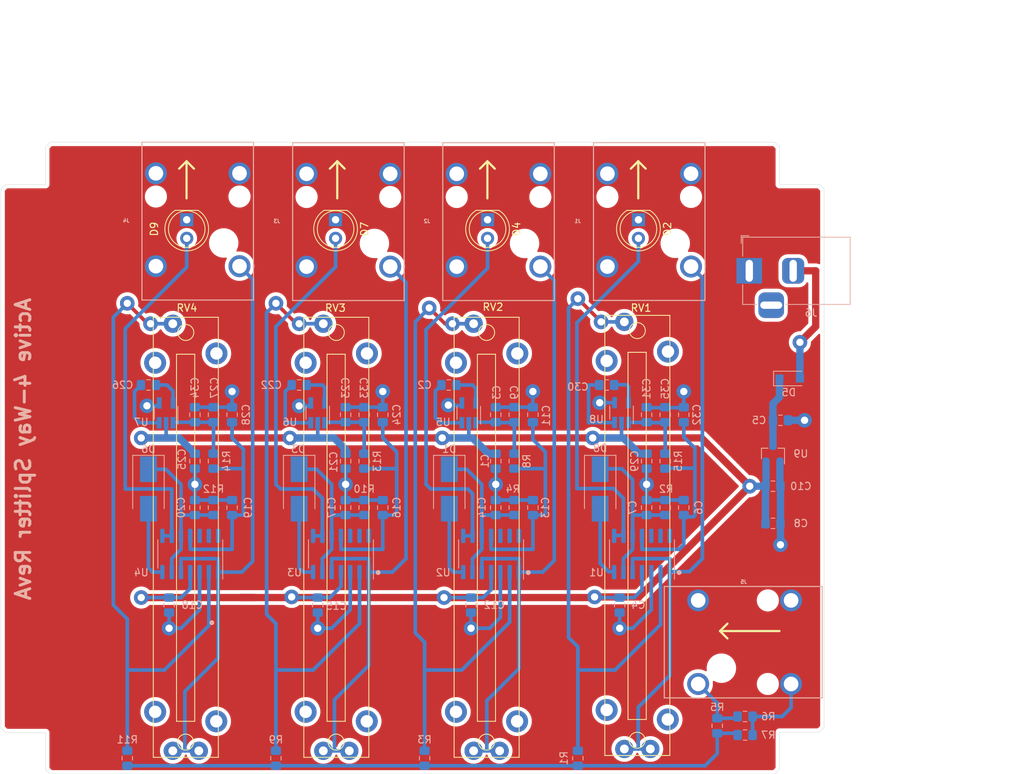
<source format=kicad_pcb>
(kicad_pcb (version 20171130) (host pcbnew "(5.1.6-0-10_14)")
  (title_block (comment 1 "F.Cu is ground plane!"))
  (layers (0 F.Cu signal) (31 B.Cu signal) (34 B.Paste user) (35 F.Paste user) (36 B.SilkS user) (37 F.SilkS user) (38 B.Mask user) (39 F.Mask user) (44 Edge.Cuts user))
  (net 0 "")
  (net 1 GNDS)
  (net 2 +5V)
  (net 3 "Net-(C2-Pad2)")
  (net 4 "Net-(C2-Pad1)")
  (net 5 /PowerSupply/+9V_POL)
  (net 6 "Net-(D1-Pad2)")
  (net 7 "Net-(D2-Pad2)")
  (net 8 "Net-(D3-Pad2)")
  (net 9 "Net-(D4-Pad2)")
  (net 10 /PowerSupply/+9V_IN)
  (net 11 "Net-(J5-Pad1)")
  (net 12 "Net-(R11-Pad1)")
  (net 13 "Net-(C7-Pad1)")
  (net 14 "Net-(C14-Pad1)")
  (net 15 "Net-(C17-Pad1)")
  (net 16 "Net-(C20-Pad1)")
  (net 17 "Net-(D6-Pad2)")
  (net 18 "Net-(D7-Pad2)")
  (net 19 "Net-(D8-Pad2)")
  (net 20 "Net-(D9-Pad2)")
  (net 21 /GainAndPeakDetector1/SIGNAL_OUTPUT)
  (net 22 /GainAndPeakDetector2/SIGNAL_OUTPUT)
  (net 23 /GainAndPeakDetector3/SIGNAL_OUTPUT)
  (net 24 /GainAndPeakDetector4/SIGNAL_OUTPUT)
  (net 25 /GainAndPeakDetector1/SIGNAL_INPUT)
  (net 26 "Net-(R1-Pad1)")
  (net 27 "Net-(R3-Pad1)")
  (net 28 "Net-(R9-Pad1)")
  (net 29 "Net-(U1-Pad14)")
  (net 30 "Net-(U1-Pad13)")
  (net 31 "Net-(U1-Pad12)")
  (net 32 "Net-(U2-Pad14)")
  (net 33 "Net-(U2-Pad13)")
  (net 34 "Net-(U2-Pad12)")
  (net 35 "Net-(U3-Pad14)")
  (net 36 "Net-(U3-Pad13)")
  (net 37 "Net-(U3-Pad12)")
  (net 38 "Net-(U4-Pad14)")
  (net 39 "Net-(U4-Pad13)")
  (net 40 "Net-(U4-Pad12)")
  (net 41 /GainAndPeakDetector2/-5VOUT)
  (net 42 /GainAndPeakDetector1/-5V_POL)
  (net 43 /GainAndPeakDetector2/-5V_POL)
  (net 44 /GainAndPeakDetector3/-5V_POL)
  (net 45 /GainAndPeakDetector4/-5V_POL)
  (net 46 "Net-(C22-Pad2)")
  (net 47 "Net-(C22-Pad1)")
  (net 48 /GainAndPeakDetector3/-5VOUT)
  (net 49 "Net-(C26-Pad2)")
  (net 50 "Net-(C26-Pad1)")
  (net 51 /GainAndPeakDetector4/-5VOUT)
  (net 52 "Net-(C30-Pad2)")
  (net 53 "Net-(C30-Pad1)")
  (net 54 /GainAndPeakDetector1/-5VOUT)
  (module Diode_SMD:D_SOD-123F (layer B.Cu) (at 187.706 76.962)
    (fp_text reference D5 (at -0.127 1.905) (layer B.SilkS) (effects (justify mirror)))
    (fp_text value B0520LW-RH)
    (pad 2 smd rect (at 1.4 0) (size 1.1 1.1) (layers B.Cu B.Paste B.Mask) (net 10 /PowerSupply/+9V_IN))
    (pad 1 smd rect (at -1.4 0) (size 1.1 1.1) (layers B.Cu B.Paste B.Mask) (net 5 /PowerSupply/+9V_POL))
  )
  (module Package_TO_SOT_SMD:SOT-23-5_HandSoldering (layer B.Cu) (at 143.8402 81.661 90)
    (fp_text reference U5 (at -1.27 -3.5052 180) (layer B.SilkS) (effects (justify mirror)))
    (fp_text value TPS60400)
    (pad 5 smd rect (at 1.35 0.95 90) (size 1.56 0.65) (layers B.Cu B.Paste B.Mask) (net 3 "Net-(C2-Pad2)"))
    (pad 4 smd rect (at 1.35 -0.95 90) (size 1.56 0.65) (layers B.Cu B.Paste B.Mask) (net 1 GNDS))
    (pad 3 smd rect (at -1.35 -0.95 90) (size 1.56 0.65) (layers B.Cu B.Paste B.Mask) (net 4 "Net-(C2-Pad1)"))
    (pad 2 smd rect (at -1.35 0 90) (size 1.56 0.65) (layers B.Cu B.Paste B.Mask) (net 2 +5V))
    (pad 1 smd rect (at -1.35 0.95 90) (size 1.56 0.65) (layers B.Cu B.Paste B.Mask) (net 41 /GainAndPeakDetector2/-5VOUT))
  )
  (module Diode_SMD:D_SMB_Handsoldering (layer B.Cu) (at 141.1732 92.075 270)
    (fp_text reference D1 (at -5.461 0 180) (layer B.SilkS) (effects (justify mirror)))
    (fp_text value D_Schottky)
    (pad 2 smd rect (at 2.7 0 270) (size 3.5 2.3) (layers B.Cu B.Paste B.Mask) (net 6 "Net-(D1-Pad2)"))
    (pad 1 smd rect (at -2.7 0 270) (size 3.5 2.3) (layers B.Cu B.Paste B.Mask) (net 14 "Net-(C14-Pad1)"))
  )
  (module Resistor_SMD:R_0805_2012Metric_Pad1.15x1.40mm_HandSolder (layer B.Cu) (at 177.8 124.46 90)
    (fp_text reference R5 (at 2.54 0 180) (layer B.SilkS) (effects (justify mirror)))
    (fp_text value 10K)
    (pad 2 smd roundrect (at 1.025 0 90) (size 1.15 1.4) (layers B.Cu B.Paste B.Mask) (roundrect_rratio 0.217391) (net 11 "Net-(J5-Pad1)"))
    (pad 1 smd roundrect (at -1.025 0 90) (size 1.15 1.4) (layers B.Cu B.Paste B.Mask) (roundrect_rratio 0.217391) (net 25 /GainAndPeakDetector1/SIGNAL_INPUT))
  )
  (module Capacitor_SMD:C_0805_2012Metric_Pad1.15x1.40mm_HandSolder (layer B.Cu) (at 185.42 96.774)
    (fp_text reference C8 (at 3.81 0) (layer B.SilkS) (effects (justify mirror)))
    (fp_text value 10uF)
    (pad 2 smd roundrect (at 1.025 0) (size 1.15 1.4) (layers B.Cu B.Paste B.Mask) (roundrect_rratio 0.217391) (net 1 GNDS))
    (pad 1 smd roundrect (at -1.025 0) (size 1.15 1.4) (layers B.Cu B.Paste B.Mask) (roundrect_rratio 0.217391) (net 2 +5V))
  )
  (module Bourn_PTA_Slider:Slider_PTA4543_60MM (layer F.Cu) (at 105.156 98.679 90)
    (fp_text reference RV4 (at 31.369 0.1524 180) (layer F.SilkS))
    (fp_text value 1K)
    (pad 1 thru_hole circle (at -29.21 -1.778 90) (size 2.5 2.5) (drill 1.2) (layers *.Cu *.Mask) (net 24 /GainAndPeakDetector4/SIGNAL_OUTPUT))
    (pad 2 thru_hole circle (at -29.21 1.778 90) (size 2.5 2.5) (drill 1.2) (layers *.Cu *.Mask) (net 24 /GainAndPeakDetector4/SIGNAL_OUTPUT))
    (pad 3 thru_hole circle (at 29.21 -1.778 90) (size 2.5 2.5) (drill 1.2) (layers *.Cu *.Mask) (net 12 "Net-(R11-Pad1)"))
    (pad "" thru_hole circle (at -23.876 -4.191 90) (size 3 3) (drill 1.7) (layers *.Cu *.Mask))
    (pad "" thru_hole circle (at -25.1714 4.1656 90) (size 3 3) (drill 1.7) (layers *.Cu *.Mask))
    (pad "" thru_hole circle (at 23.876 -4.191 90) (size 3 3) (drill 1.7) (layers *.Cu *.Mask))
    (pad "" thru_hole circle (at 25.146 4.191 90) (size 3 3) (drill 1.7) (layers *.Cu *.Mask))
  )
  (module Diode_SMD:D_SMB_Handsoldering (layer B.Cu) (at 161.798 92.075 270)
    (fp_text reference D8 (at -5.588 0) (layer B.SilkS) (effects (justify mirror)))
    (fp_text value D_Schottky)
    (pad 2 smd rect (at 2.7 0 270) (size 3.5 2.3) (layers B.Cu B.Paste B.Mask) (net 19 "Net-(D8-Pad2)"))
    (pad 1 smd rect (at -2.7 0 270) (size 3.5 2.3) (layers B.Cu B.Paste B.Mask) (net 13 "Net-(C7-Pad1)"))
  )
  (module Package_TO_SOT_SMD:SOT-23-5_HandSoldering (layer B.Cu) (at 164.719 81.6229 90)
    (fp_text reference U8 (at -0.9271 -3.429 180) (layer B.SilkS) (effects (justify mirror)))
    (fp_text value TPS60400)
    (pad 5 smd rect (at 1.35 0.95 90) (size 1.56 0.65) (layers B.Cu B.Paste B.Mask) (net 52 "Net-(C30-Pad2)"))
    (pad 4 smd rect (at 1.35 -0.95 90) (size 1.56 0.65) (layers B.Cu B.Paste B.Mask) (net 1 GNDS))
    (pad 3 smd rect (at -1.35 -0.95 90) (size 1.56 0.65) (layers B.Cu B.Paste B.Mask) (net 53 "Net-(C30-Pad1)"))
    (pad 2 smd rect (at -1.35 0 90) (size 1.56 0.65) (layers B.Cu B.Paste B.Mask) (net 2 +5V))
    (pad 1 smd rect (at -1.35 0.95 90) (size 1.56 0.65) (layers B.Cu B.Paste B.Mask) (net 54 /GainAndPeakDetector1/-5VOUT))
  )
  (module Package_TO_SOT_SMD:SOT-23-5_HandSoldering (layer B.Cu) (at 102.4636 81.661 90)
    (fp_text reference U7 (at -1.27 -3.4036 180) (layer B.SilkS) (effects (justify mirror)))
    (fp_text value TPS60400)
    (pad 5 smd rect (at 1.35 0.95 90) (size 1.56 0.65) (layers B.Cu B.Paste B.Mask) (net 49 "Net-(C26-Pad2)"))
    (pad 4 smd rect (at 1.35 -0.95 90) (size 1.56 0.65) (layers B.Cu B.Paste B.Mask) (net 1 GNDS))
    (pad 3 smd rect (at -1.35 -0.95 90) (size 1.56 0.65) (layers B.Cu B.Paste B.Mask) (net 50 "Net-(C26-Pad1)"))
    (pad 2 smd rect (at -1.35 0 90) (size 1.56 0.65) (layers B.Cu B.Paste B.Mask) (net 2 +5V))
    (pad 1 smd rect (at -1.35 0.95 90) (size 1.56 0.65) (layers B.Cu B.Paste B.Mask) (net 51 /GainAndPeakDetector4/-5VOUT))
  )
  (module Package_TO_SOT_SMD:SOT-23-5_HandSoldering (layer B.Cu) (at 123.19 81.661 90)
    (fp_text reference U6 (at -1.27 -3.81 180) (layer B.SilkS) (effects (justify mirror)))
    (fp_text value TPS60400)
    (pad 5 smd rect (at 1.35 0.95 90) (size 1.56 0.65) (layers B.Cu B.Paste B.Mask) (net 46 "Net-(C22-Pad2)"))
    (pad 4 smd rect (at 1.35 -0.95 90) (size 1.56 0.65) (layers B.Cu B.Paste B.Mask) (net 1 GNDS))
    (pad 3 smd rect (at -1.35 -0.95 90) (size 1.56 0.65) (layers B.Cu B.Paste B.Mask) (net 47 "Net-(C22-Pad1)"))
    (pad 2 smd rect (at -1.35 0 90) (size 1.56 0.65) (layers B.Cu B.Paste B.Mask) (net 2 +5V))
    (pad 1 smd rect (at -1.35 0.95 90) (size 1.56 0.65) (layers B.Cu B.Paste B.Mask) (net 48 /GainAndPeakDetector3/-5VOUT))
  )
  (module Resistor_SMD:R_0805_2012Metric_Pad1.15x1.40mm_HandSolder (layer B.Cu) (at 170.688 88.265 270)
    (fp_text reference R15 (at 0 -1.778 90) (layer B.SilkS) (effects (justify mirror)))
    (fp_text value 100R)
    (pad 2 smd roundrect (at 1.025 0 270) (size 1.15 1.4) (layers B.Cu B.Paste B.Mask) (roundrect_rratio 0.217391) (net 42 /GainAndPeakDetector1/-5V_POL))
    (pad 1 smd roundrect (at -1.025 0 270) (size 1.15 1.4) (layers B.Cu B.Paste B.Mask) (roundrect_rratio 0.217391) (net 54 /GainAndPeakDetector1/-5VOUT))
  )
  (module Resistor_SMD:R_0805_2012Metric_Pad1.15x1.40mm_HandSolder (layer B.Cu) (at 108.9406 88.265 270)
    (fp_text reference R14 (at 0 -1.778 90) (layer B.SilkS) (effects (justify mirror)))
    (fp_text value 100R)
    (pad 2 smd roundrect (at 1.025 0 270) (size 1.15 1.4) (layers B.Cu B.Paste B.Mask) (roundrect_rratio 0.217391) (net 45 /GainAndPeakDetector4/-5V_POL))
    (pad 1 smd roundrect (at -1.025 0 270) (size 1.15 1.4) (layers B.Cu B.Paste B.Mask) (roundrect_rratio 0.217391) (net 51 /GainAndPeakDetector4/-5VOUT))
  )
  (module Resistor_SMD:R_0805_2012Metric_Pad1.15x1.40mm_HandSolder (layer B.Cu) (at 129.54 88.265 270)
    (fp_text reference R13 (at 0 -1.778 90) (layer B.SilkS) (effects (justify mirror)))
    (fp_text value 100R)
    (pad 2 smd roundrect (at 1.025 0 270) (size 1.15 1.4) (layers B.Cu B.Paste B.Mask) (roundrect_rratio 0.217391) (net 44 /GainAndPeakDetector3/-5V_POL))
    (pad 1 smd roundrect (at -1.025 0 270) (size 1.15 1.4) (layers B.Cu B.Paste B.Mask) (roundrect_rratio 0.217391) (net 48 /GainAndPeakDetector3/-5VOUT))
  )
  (module Resistor_SMD:R_0805_2012Metric_Pad1.15x1.40mm_HandSolder (layer B.Cu) (at 150.0632 88.265 270)
    (fp_text reference R8 (at 0 -1.7018 270) (layer B.SilkS) (effects (justify mirror)))
    (fp_text value 100R)
    (pad 2 smd roundrect (at 1.025 0 270) (size 1.15 1.4) (layers B.Cu B.Paste B.Mask) (roundrect_rratio 0.217391) (net 43 /GainAndPeakDetector2/-5V_POL))
    (pad 1 smd roundrect (at -1.025 0 270) (size 1.15 1.4) (layers B.Cu B.Paste B.Mask) (roundrect_rratio 0.217391) (net 41 /GainAndPeakDetector2/-5VOUT))
  )
  (module Diode_SMD:D_SMB_Handsoldering (layer B.Cu) (at 100.0506 92.075 270)
    (fp_text reference D6 (at -5.461 0 180) (layer B.SilkS) (effects (justify mirror)))
    (fp_text value D_Schottky)
    (pad 2 smd rect (at 2.7 0 270) (size 3.5 2.3) (layers B.Cu B.Paste B.Mask) (net 17 "Net-(D6-Pad2)"))
    (pad 1 smd rect (at -2.7 0 270) (size 3.5 2.3) (layers B.Cu B.Paste B.Mask) (net 16 "Net-(C20-Pad1)"))
  )
  (module Diode_SMD:D_SMB_Handsoldering (layer B.Cu) (at 120.65 92.075 270)
    (fp_text reference D3 (at -5.461 0.127 180) (layer B.SilkS) (effects (justify mirror)))
    (fp_text value D_Schottky)
    (pad 2 smd rect (at 2.7 0 270) (size 3.5 2.3) (layers B.Cu B.Paste B.Mask) (net 8 "Net-(D3-Pad2)"))
    (pad 1 smd rect (at -2.7 0 270) (size 3.5 2.3) (layers B.Cu B.Paste B.Mask) (net 15 "Net-(C17-Pad1)"))
  )
  (module Capacitor_SMD:C_0805_2012Metric_Pad1.15x1.40mm_HandSolder (layer B.Cu) (at 170.688 81.915 90)
    (fp_text reference C35 (at 3.556 0 90) (layer B.SilkS) (effects (justify mirror)))
    (fp_text value 100nF)
    (pad 2 smd roundrect (at 1.025 0 90) (size 1.15 1.4) (layers B.Cu B.Paste B.Mask) (roundrect_rratio 0.217391) (net 1 GNDS))
    (pad 1 smd roundrect (at -1.025 0 90) (size 1.15 1.4) (layers B.Cu B.Paste B.Mask) (roundrect_rratio 0.217391) (net 54 /GainAndPeakDetector1/-5VOUT))
  )
  (module Capacitor_SMD:C_0805_2012Metric_Pad1.15x1.40mm_HandSolder (layer B.Cu) (at 106.4006 81.915 90)
    (fp_text reference C34 (at 3.683 0 90) (layer B.SilkS) (effects (justify mirror)))
    (fp_text value 100nF)
    (pad 2 smd roundrect (at 1.025 0 90) (size 1.15 1.4) (layers B.Cu B.Paste B.Mask) (roundrect_rratio 0.217391) (net 1 GNDS))
    (pad 1 smd roundrect (at -1.025 0 90) (size 1.15 1.4) (layers B.Cu B.Paste B.Mask) (roundrect_rratio 0.217391) (net 51 /GainAndPeakDetector4/-5VOUT))
  )
  (module Capacitor_SMD:C_0805_2012Metric_Pad1.15x1.40mm_HandSolder (layer B.Cu) (at 129.54 81.915 90)
    (fp_text reference C33 (at 3.683 0 90) (layer B.SilkS) (effects (justify mirror)))
    (fp_text value 100nF)
    (pad 2 smd roundrect (at 1.025 0 90) (size 1.15 1.4) (layers B.Cu B.Paste B.Mask) (roundrect_rratio 0.217391) (net 1 GNDS))
    (pad 1 smd roundrect (at -1.025 0 90) (size 1.15 1.4) (layers B.Cu B.Paste B.Mask) (roundrect_rratio 0.217391) (net 48 /GainAndPeakDetector3/-5VOUT))
  )
  (module Capacitor_SMD:C_0805_2012Metric_Pad1.15x1.40mm_HandSolder (layer B.Cu) (at 173.228 81.915 90)
    (fp_text reference C32 (at 0 1.778 90) (layer B.SilkS) (effects (justify mirror)))
    (fp_text value 1uF)
    (pad 2 smd roundrect (at 1.025 0 90) (size 1.15 1.4) (layers B.Cu B.Paste B.Mask) (roundrect_rratio 0.217391) (net 1 GNDS))
    (pad 1 smd roundrect (at -1.025 0 90) (size 1.15 1.4) (layers B.Cu B.Paste B.Mask) (roundrect_rratio 0.217391) (net 42 /GainAndPeakDetector1/-5V_POL))
  )
  (module Capacitor_SMD:C_0805_2012Metric_Pad1.15x1.40mm_HandSolder (layer B.Cu) (at 168.148 81.915 90)
    (fp_text reference C31 (at 3.556 0 90) (layer B.SilkS) (effects (justify mirror)))
    (fp_text value 1uF)
    (pad 2 smd roundrect (at 1.025 0 90) (size 1.15 1.4) (layers B.Cu B.Paste B.Mask) (roundrect_rratio 0.217391) (net 1 GNDS))
    (pad 1 smd roundrect (at -1.025 0 90) (size 1.15 1.4) (layers B.Cu B.Paste B.Mask) (roundrect_rratio 0.217391) (net 54 /GainAndPeakDetector1/-5VOUT))
  )
  (module Capacitor_SMD:C_0805_2012Metric_Pad1.15x1.40mm_HandSolder (layer B.Cu) (at 162.687 77.851)
    (fp_text reference C30 (at -3.937 0.254) (layer B.SilkS) (effects (justify mirror)))
    (fp_text value 1uF)
    (pad 2 smd roundrect (at 1.025 0) (size 1.15 1.4) (layers B.Cu B.Paste B.Mask) (roundrect_rratio 0.217391) (net 52 "Net-(C30-Pad2)"))
    (pad 1 smd roundrect (at -1.025 0) (size 1.15 1.4) (layers B.Cu B.Paste B.Mask) (roundrect_rratio 0.217391) (net 53 "Net-(C30-Pad1)"))
  )
  (module Capacitor_SMD:C_0805_2012Metric_Pad1.15x1.40mm_HandSolder (layer B.Cu) (at 168.148 88.265 270)
    (fp_text reference C29 (at 0 1.651 90) (layer B.SilkS) (effects (justify mirror)))
    (fp_text value 1uF)
    (pad 2 smd roundrect (at 1.025 0 270) (size 1.15 1.4) (layers B.Cu B.Paste B.Mask) (roundrect_rratio 0.217391) (net 1 GNDS))
    (pad 1 smd roundrect (at -1.025 0 270) (size 1.15 1.4) (layers B.Cu B.Paste B.Mask) (roundrect_rratio 0.217391) (net 2 +5V))
  )
  (module Capacitor_SMD:C_0805_2012Metric_Pad1.15x1.40mm_HandSolder (layer B.Cu) (at 111.4806 81.915 90)
    (fp_text reference C28 (at 0 1.905 90) (layer B.SilkS) (effects (justify mirror)))
    (fp_text value 1uF)
    (pad 2 smd roundrect (at 1.025 0 90) (size 1.15 1.4) (layers B.Cu B.Paste B.Mask) (roundrect_rratio 0.217391) (net 1 GNDS))
    (pad 1 smd roundrect (at -1.025 0 90) (size 1.15 1.4) (layers B.Cu B.Paste B.Mask) (roundrect_rratio 0.217391) (net 45 /GainAndPeakDetector4/-5V_POL))
  )
  (module Capacitor_SMD:C_0805_2012Metric_Pad1.15x1.40mm_HandSolder (layer B.Cu) (at 108.9406 81.915 90)
    (fp_text reference C27 (at 3.683 0.127 90) (layer B.SilkS) (effects (justify mirror)))
    (fp_text value 1uF)
    (pad 2 smd roundrect (at 1.025 0 90) (size 1.15 1.4) (layers B.Cu B.Paste B.Mask) (roundrect_rratio 0.217391) (net 1 GNDS))
    (pad 1 smd roundrect (at -1.025 0 90) (size 1.15 1.4) (layers B.Cu B.Paste B.Mask) (roundrect_rratio 0.217391) (net 51 /GainAndPeakDetector4/-5VOUT))
  )
  (module Capacitor_SMD:C_0805_2012Metric_Pad1.15x1.40mm_HandSolder (layer B.Cu) (at 100.0506 77.851)
    (fp_text reference C26 (at -3.5306 0) (layer B.SilkS) (effects (justify mirror)))
    (fp_text value 1uF)
    (pad 2 smd roundrect (at 1.025 0) (size 1.15 1.4) (layers B.Cu B.Paste B.Mask) (roundrect_rratio 0.217391) (net 49 "Net-(C26-Pad2)"))
    (pad 1 smd roundrect (at -1.025 0) (size 1.15 1.4) (layers B.Cu B.Paste B.Mask) (roundrect_rratio 0.217391) (net 50 "Net-(C26-Pad1)"))
  )
  (module Capacitor_SMD:C_0805_2012Metric_Pad1.15x1.40mm_HandSolder (layer B.Cu) (at 106.4006 88.265 270)
    (fp_text reference C25 (at -0.254 1.778 90) (layer B.SilkS) (effects (justify mirror)))
    (fp_text value 1uF)
    (pad 2 smd roundrect (at 1.025 0 270) (size 1.15 1.4) (layers B.Cu B.Paste B.Mask) (roundrect_rratio 0.217391) (net 1 GNDS))
    (pad 1 smd roundrect (at -1.025 0 270) (size 1.15 1.4) (layers B.Cu B.Paste B.Mask) (roundrect_rratio 0.217391) (net 2 +5V))
  )
  (module Capacitor_SMD:C_0805_2012Metric_Pad1.15x1.40mm_HandSolder (layer B.Cu) (at 132.08 81.915 90)
    (fp_text reference C24 (at 0 1.905 90) (layer B.SilkS) (effects (justify mirror)))
    (fp_text value 1uF)
    (pad 2 smd roundrect (at 1.025 0 90) (size 1.15 1.4) (layers B.Cu B.Paste B.Mask) (roundrect_rratio 0.217391) (net 1 GNDS))
    (pad 1 smd roundrect (at -1.025 0 90) (size 1.15 1.4) (layers B.Cu B.Paste B.Mask) (roundrect_rratio 0.217391) (net 44 /GainAndPeakDetector3/-5V_POL))
  )
  (module Capacitor_SMD:C_0805_2012Metric_Pad1.15x1.40mm_HandSolder (layer B.Cu) (at 127 81.915 90)
    (fp_text reference C23 (at 3.683 0 90) (layer B.SilkS) (effects (justify mirror)))
    (fp_text value 1uF)
    (pad 2 smd roundrect (at 1.025 0 90) (size 1.15 1.4) (layers B.Cu B.Paste B.Mask) (roundrect_rratio 0.217391) (net 1 GNDS))
    (pad 1 smd roundrect (at -1.025 0 90) (size 1.15 1.4) (layers B.Cu B.Paste B.Mask) (roundrect_rratio 0.217391) (net 48 /GainAndPeakDetector3/-5VOUT))
  )
  (module Capacitor_SMD:C_0805_2012Metric_Pad1.15x1.40mm_HandSolder (layer B.Cu) (at 120.65 77.851)
    (fp_text reference C22 (at -3.81 0) (layer B.SilkS) (effects (justify mirror)))
    (fp_text value 1uF)
    (pad 2 smd roundrect (at 1.025 0) (size 1.15 1.4) (layers B.Cu B.Paste B.Mask) (roundrect_rratio 0.217391) (net 46 "Net-(C22-Pad2)"))
    (pad 1 smd roundrect (at -1.025 0) (size 1.15 1.4) (layers B.Cu B.Paste B.Mask) (roundrect_rratio 0.217391) (net 47 "Net-(C22-Pad1)"))
  )
  (module Capacitor_SMD:C_0805_2012Metric_Pad1.15x1.40mm_HandSolder (layer B.Cu) (at 127 88.265 270)
    (fp_text reference C21 (at 0.127 1.651 90) (layer B.SilkS) (effects (justify mirror)))
    (fp_text value 1uF)
    (pad 2 smd roundrect (at 1.025 0 270) (size 1.15 1.4) (layers B.Cu B.Paste B.Mask) (roundrect_rratio 0.217391) (net 1 GNDS))
    (pad 1 smd roundrect (at -1.025 0 270) (size 1.15 1.4) (layers B.Cu B.Paste B.Mask) (roundrect_rratio 0.217391) (net 2 +5V))
  )
  (module Capacitor_SMD:C_0805_2012Metric_Pad1.15x1.40mm_HandSolder (layer B.Cu) (at 152.6032 81.915 90)
    (fp_text reference C11 (at -0.127 1.8161 90) (layer B.SilkS) (effects (justify mirror)))
    (fp_text value 1uF)
    (pad 2 smd roundrect (at 1.025 0 90) (size 1.15 1.4) (layers B.Cu B.Paste B.Mask) (roundrect_rratio 0.217391) (net 1 GNDS))
    (pad 1 smd roundrect (at -1.025 0 90) (size 1.15 1.4) (layers B.Cu B.Paste B.Mask) (roundrect_rratio 0.217391) (net 43 /GainAndPeakDetector2/-5V_POL))
  )
  (module Capacitor_SMD:C_0805_2012Metric_Pad1.15x1.40mm_HandSolder (layer B.Cu) (at 150.0632 81.915 90)
    (fp_text reference C9 (at 3.048 0 90) (layer B.SilkS) (effects (justify mirror)))
    (fp_text value 1uF)
    (pad 2 smd roundrect (at 1.025 0 90) (size 1.15 1.4) (layers B.Cu B.Paste B.Mask) (roundrect_rratio 0.217391) (net 1 GNDS))
    (pad 1 smd roundrect (at -1.025 0 90) (size 1.15 1.4) (layers B.Cu B.Paste B.Mask) (roundrect_rratio 0.217391) (net 41 /GainAndPeakDetector2/-5VOUT))
  )
  (module Capacitor_SMD:C_0805_2012Metric_Pad1.15x1.40mm_HandSolder (layer B.Cu) (at 147.5232 81.915 90)
    (fp_text reference C3 (at 3.048 0.127 90) (layer B.SilkS) (effects (justify mirror)))
    (fp_text value 100nF)
    (pad 2 smd roundrect (at 1.025 0 90) (size 1.15 1.4) (layers B.Cu B.Paste B.Mask) (roundrect_rratio 0.217391) (net 1 GNDS))
    (pad 1 smd roundrect (at -1.025 0 90) (size 1.15 1.4) (layers B.Cu B.Paste B.Mask) (roundrect_rratio 0.217391) (net 41 /GainAndPeakDetector2/-5VOUT))
  )
  (module Capacitor_SMD:C_0805_2012Metric_Pad1.15x1.40mm_HandSolder (layer B.Cu) (at 141.1097 77.851)
    (fp_text reference C2 (at -3.3147 0) (layer B.SilkS) (effects (justify mirror)))
    (fp_text value 1uF)
    (pad 2 smd roundrect (at 1.025 0) (size 1.15 1.4) (layers B.Cu B.Paste B.Mask) (roundrect_rratio 0.217391) (net 3 "Net-(C2-Pad2)"))
    (pad 1 smd roundrect (at -1.025 0) (size 1.15 1.4) (layers B.Cu B.Paste B.Mask) (roundrect_rratio 0.217391) (net 4 "Net-(C2-Pad1)"))
  )
  (module Capacitor_SMD:C_0805_2012Metric_Pad1.15x1.40mm_HandSolder (layer B.Cu) (at 147.5232 88.265 270)
    (fp_text reference C1 (at 0 1.4732 270) (layer B.SilkS) (effects (justify mirror)))
    (fp_text value 1uF)
    (pad 2 smd roundrect (at 1.025 0 270) (size 1.15 1.4) (layers B.Cu B.Paste B.Mask) (roundrect_rratio 0.217391) (net 1 GNDS))
    (pad 1 smd roundrect (at -1.025 0 270) (size 1.15 1.4) (layers B.Cu B.Paste B.Mask) (roundrect_rratio 0.217391) (net 2 +5V))
  )
  (module Bourn_PTA_Slider:Slider_PTA4543_60MM (layer F.Cu) (at 125.73 98.679 90)
    (fp_text reference RV3 (at 31.369 -0.127 180) (layer F.SilkS))
    (fp_text value 1K)
    (pad 1 thru_hole circle (at -29.21 -1.778 90) (size 2.5 2.5) (drill 1.2) (layers *.Cu *.Mask) (net 23 /GainAndPeakDetector3/SIGNAL_OUTPUT))
    (pad 2 thru_hole circle (at -29.21 1.778 90) (size 2.5 2.5) (drill 1.2) (layers *.Cu *.Mask) (net 23 /GainAndPeakDetector3/SIGNAL_OUTPUT))
    (pad 3 thru_hole circle (at 29.21 -1.778 90) (size 2.5 2.5) (drill 1.2) (layers *.Cu *.Mask) (net 28 "Net-(R9-Pad1)"))
    (pad "" thru_hole circle (at -23.876 -4.191 90) (size 3 3) (drill 1.7) (layers *.Cu *.Mask))
    (pad "" thru_hole circle (at -25.1714 4.1656 90) (size 3 3) (drill 1.7) (layers *.Cu *.Mask))
    (pad "" thru_hole circle (at 23.876 -4.191 90) (size 3 3) (drill 1.7) (layers *.Cu *.Mask))
    (pad "" thru_hole circle (at 25.146 4.191 90) (size 3 3) (drill 1.7) (layers *.Cu *.Mask))
  )
  (module Bourn_PTA_Slider:Slider_PTA4543_60MM (layer F.Cu) (at 146.2786 98.679 90)
    (fp_text reference RV2 (at 31.496 0.8636 180) (layer F.SilkS))
    (fp_text value 1K)
    (pad 1 thru_hole circle (at -29.21 -1.778 90) (size 2.5 2.5) (drill 1.2) (layers *.Cu *.Mask) (net 22 /GainAndPeakDetector2/SIGNAL_OUTPUT))
    (pad 2 thru_hole circle (at -29.21 1.778 90) (size 2.5 2.5) (drill 1.2) (layers *.Cu *.Mask) (net 22 /GainAndPeakDetector2/SIGNAL_OUTPUT))
    (pad 3 thru_hole circle (at 29.21 -1.778 90) (size 2.5 2.5) (drill 1.2) (layers *.Cu *.Mask) (net 27 "Net-(R3-Pad1)"))
    (pad "" thru_hole circle (at -23.876 -4.191 90) (size 3 3) (drill 1.7) (layers *.Cu *.Mask))
    (pad "" thru_hole circle (at -25.1714 4.1656 90) (size 3 3) (drill 1.7) (layers *.Cu *.Mask))
    (pad "" thru_hole circle (at 23.876 -4.191 90) (size 3 3) (drill 1.7) (layers *.Cu *.Mask))
    (pad "" thru_hole circle (at 25.146 4.191 90) (size 3 3) (drill 1.7) (layers *.Cu *.Mask))
  )
  (module Bourn_PTA_Slider:Slider_PTA4543_60MM (layer F.Cu) (at 166.878 98.425 90)
    (fp_text reference RV1 (at 31.115 0.508 180) (layer F.SilkS))
    (fp_text value 1K)
    (pad 1 thru_hole circle (at -29.21 -1.778 90) (size 2.5 2.5) (drill 1.2) (layers *.Cu *.Mask) (net 21 /GainAndPeakDetector1/SIGNAL_OUTPUT))
    (pad 2 thru_hole circle (at -29.21 1.778 90) (size 2.5 2.5) (drill 1.2) (layers *.Cu *.Mask) (net 21 /GainAndPeakDetector1/SIGNAL_OUTPUT))
    (pad 3 thru_hole circle (at 29.21 -1.778 90) (size 2.5 2.5) (drill 1.2) (layers *.Cu *.Mask) (net 26 "Net-(R1-Pad1)"))
    (pad "" thru_hole circle (at -23.876 -4.191 90) (size 3 3) (drill 1.7) (layers *.Cu *.Mask))
    (pad "" thru_hole circle (at -25.1714 4.1656 90) (size 3 3) (drill 1.7) (layers *.Cu *.Mask))
    (pad "" thru_hole circle (at 23.876 -4.191 90) (size 3 3) (drill 1.7) (layers *.Cu *.Mask))
    (pad "" thru_hole circle (at 25.146 4.191 90) (size 3 3) (drill 1.7) (layers *.Cu *.Mask))
  )
  (module Capacitor_SMD:C_0805_2012Metric_Pad1.15x1.40mm_HandSolder (layer B.Cu) (at 111.4806 94.615 90)
    (fp_text reference C19 (at 0 2.1844 270) (layer B.SilkS) (effects (justify mirror)))
    (fp_text value 1uF)
    (pad 2 smd roundrect (at 1.025 0 90) (size 1.15 1.4) (layers B.Cu B.Paste B.Mask) (roundrect_rratio 0.217391) (net 1 GNDS))
    (pad 1 smd roundrect (at -1.025 0 90) (size 1.15 1.4) (layers B.Cu B.Paste B.Mask) (roundrect_rratio 0.217391) (net 45 /GainAndPeakDetector4/-5V_POL))
  )
  (module Package_SO:SOIC-14_3.9x8.7mm_P1.27mm (layer B.Cu) (at 105.7656 100.965 90)
    (fp_text reference U4 (at -2.54 -6.7056 180) (layer B.SilkS) (effects (justify mirror)))
    (fp_text value TL074)
    (pad 14 smd roundrect (at 2.475 3.81 90) (size 1.95 0.6) (layers B.Cu B.Paste B.Mask) (net 38 "Net-(U4-Pad14)"))
    (pad 13 smd roundrect (at 2.475 2.54 90) (size 1.95 0.6) (layers B.Cu B.Paste B.Mask) (net 39 "Net-(U4-Pad13)"))
    (pad 12 smd roundrect (at 2.475 1.27 90) (size 1.95 0.6) (layers B.Cu B.Paste B.Mask) (net 40 "Net-(U4-Pad12)"))
    (pad 11 smd roundrect (at 2.475 0 90) (size 1.95 0.6) (layers B.Cu B.Paste B.Mask) (net 45 /GainAndPeakDetector4/-5V_POL))
    (pad 10 smd roundrect (at 2.475 -1.27 90) (size 1.95 0.6) (layers B.Cu B.Paste B.Mask) (net 16 "Net-(C20-Pad1)"))
    (pad 9 smd roundrect (at 2.475 -2.54 90) (size 1.95 0.6) (layers B.Cu B.Paste B.Mask) (net 20 "Net-(D9-Pad2)"))
    (pad 8 smd roundrect (at 2.475 -3.81 90) (size 1.95 0.6) (layers B.Cu B.Paste B.Mask) (net 20 "Net-(D9-Pad2)"))
    (pad 7 smd roundrect (at -2.475 -3.81 90) (size 1.95 0.6) (layers B.Cu B.Paste B.Mask) (net 17 "Net-(D6-Pad2)"))
    (pad 6 smd roundrect (at -2.475 -2.54 90) (size 1.95 0.6) (layers B.Cu B.Paste B.Mask) (net 16 "Net-(C20-Pad1)"))
    (pad 5 smd roundrect (at -2.475 -1.27 90) (size 1.95 0.6) (layers B.Cu B.Paste B.Mask) (net 24 /GainAndPeakDetector4/SIGNAL_OUTPUT))
    (pad 4 smd roundrect (at -2.475 0 90) (size 1.95 0.6) (layers B.Cu B.Paste B.Mask) (net 2 +5V))
    (pad 3 smd roundrect (at -2.475 1.27 90) (size 1.95 0.6) (layers B.Cu B.Paste B.Mask) (net 1 GNDS))
    (pad 2 smd roundrect (at -2.475 2.54 90) (size 1.95 0.6) (layers B.Cu B.Paste B.Mask) (net 12 "Net-(R11-Pad1)"))
    (pad 1 smd roundrect (at -2.475 3.81 90) (size 1.95 0.6) (layers B.Cu B.Paste B.Mask) (net 24 /GainAndPeakDetector4/SIGNAL_OUTPUT))
  )
  (module Package_SO:SOIC-14_3.9x8.7mm_P1.27mm (layer B.Cu) (at 126.365 100.965 90)
    (fp_text reference U3 (at -2.54 -6.35 180) (layer B.SilkS) (effects (justify mirror)))
    (fp_text value TL074)
    (pad 14 smd roundrect (at 2.475 3.81 90) (size 1.95 0.6) (layers B.Cu B.Paste B.Mask) (net 35 "Net-(U3-Pad14)"))
    (pad 13 smd roundrect (at 2.475 2.54 90) (size 1.95 0.6) (layers B.Cu B.Paste B.Mask) (net 36 "Net-(U3-Pad13)"))
    (pad 12 smd roundrect (at 2.475 1.27 90) (size 1.95 0.6) (layers B.Cu B.Paste B.Mask) (net 37 "Net-(U3-Pad12)"))
    (pad 11 smd roundrect (at 2.475 0 90) (size 1.95 0.6) (layers B.Cu B.Paste B.Mask) (net 44 /GainAndPeakDetector3/-5V_POL))
    (pad 10 smd roundrect (at 2.475 -1.27 90) (size 1.95 0.6) (layers B.Cu B.Paste B.Mask) (net 15 "Net-(C17-Pad1)"))
    (pad 9 smd roundrect (at 2.475 -2.54 90) (size 1.95 0.6) (layers B.Cu B.Paste B.Mask) (net 18 "Net-(D7-Pad2)"))
    (pad 8 smd roundrect (at 2.475 -3.81 90) (size 1.95 0.6) (layers B.Cu B.Paste B.Mask) (net 18 "Net-(D7-Pad2)"))
    (pad 7 smd roundrect (at -2.475 -3.81 90) (size 1.95 0.6) (layers B.Cu B.Paste B.Mask) (net 8 "Net-(D3-Pad2)"))
    (pad 6 smd roundrect (at -2.475 -2.54 90) (size 1.95 0.6) (layers B.Cu B.Paste B.Mask) (net 15 "Net-(C17-Pad1)"))
    (pad 5 smd roundrect (at -2.475 -1.27 90) (size 1.95 0.6) (layers B.Cu B.Paste B.Mask) (net 23 /GainAndPeakDetector3/SIGNAL_OUTPUT))
    (pad 4 smd roundrect (at -2.475 0 90) (size 1.95 0.6) (layers B.Cu B.Paste B.Mask) (net 2 +5V))
    (pad 3 smd roundrect (at -2.475 1.27 90) (size 1.95 0.6) (layers B.Cu B.Paste B.Mask) (net 1 GNDS))
    (pad 2 smd roundrect (at -2.475 2.54 90) (size 1.95 0.6) (layers B.Cu B.Paste B.Mask) (net 28 "Net-(R9-Pad1)"))
    (pad 1 smd roundrect (at -2.475 3.81 90) (size 1.95 0.6) (layers B.Cu B.Paste B.Mask) (net 23 /GainAndPeakDetector3/SIGNAL_OUTPUT))
  )
  (module Package_SO:SOIC-14_3.9x8.7mm_P1.27mm (layer B.Cu) (at 146.8882 100.965 90)
    (fp_text reference U2 (at -2.54 -6.5532 180) (layer B.SilkS) (effects (justify mirror)))
    (fp_text value TL074)
    (pad 14 smd roundrect (at 2.475 3.81 90) (size 1.95 0.6) (layers B.Cu B.Paste B.Mask) (net 32 "Net-(U2-Pad14)"))
    (pad 13 smd roundrect (at 2.475 2.54 90) (size 1.95 0.6) (layers B.Cu B.Paste B.Mask) (net 33 "Net-(U2-Pad13)"))
    (pad 12 smd roundrect (at 2.475 1.27 90) (size 1.95 0.6) (layers B.Cu B.Paste B.Mask) (net 34 "Net-(U2-Pad12)"))
    (pad 11 smd roundrect (at 2.475 0 90) (size 1.95 0.6) (layers B.Cu B.Paste B.Mask) (net 43 /GainAndPeakDetector2/-5V_POL))
    (pad 10 smd roundrect (at 2.475 -1.27 90) (size 1.95 0.6) (layers B.Cu B.Paste B.Mask) (net 14 "Net-(C14-Pad1)"))
    (pad 9 smd roundrect (at 2.475 -2.54 90) (size 1.95 0.6) (layers B.Cu B.Paste B.Mask) (net 9 "Net-(D4-Pad2)"))
    (pad 8 smd roundrect (at 2.475 -3.81 90) (size 1.95 0.6) (layers B.Cu B.Paste B.Mask) (net 9 "Net-(D4-Pad2)"))
    (pad 7 smd roundrect (at -2.475 -3.81 90) (size 1.95 0.6) (layers B.Cu B.Paste B.Mask) (net 6 "Net-(D1-Pad2)"))
    (pad 6 smd roundrect (at -2.475 -2.54 90) (size 1.95 0.6) (layers B.Cu B.Paste B.Mask) (net 14 "Net-(C14-Pad1)"))
    (pad 5 smd roundrect (at -2.475 -1.27 90) (size 1.95 0.6) (layers B.Cu B.Paste B.Mask) (net 22 /GainAndPeakDetector2/SIGNAL_OUTPUT))
    (pad 4 smd roundrect (at -2.475 0 90) (size 1.95 0.6) (layers B.Cu B.Paste B.Mask) (net 2 +5V))
    (pad 3 smd roundrect (at -2.475 1.27 90) (size 1.95 0.6) (layers B.Cu B.Paste B.Mask) (net 1 GNDS))
    (pad 2 smd roundrect (at -2.475 2.54 90) (size 1.95 0.6) (layers B.Cu B.Paste B.Mask) (net 27 "Net-(R3-Pad1)"))
    (pad 1 smd roundrect (at -2.475 3.81 90) (size 1.95 0.6) (layers B.Cu B.Paste B.Mask) (net 22 /GainAndPeakDetector2/SIGNAL_OUTPUT))
  )
  (module Package_SO:SOIC-14_3.9x8.7mm_P1.27mm (layer B.Cu) (at 167.513 100.965 90)
    (fp_text reference U1 (at -2.54 -6.223 180) (layer B.SilkS) (effects (justify mirror)))
    (fp_text value TL074)
    (pad 14 smd roundrect (at 2.475 3.81 90) (size 1.95 0.6) (layers B.Cu B.Paste B.Mask) (net 29 "Net-(U1-Pad14)"))
    (pad 13 smd roundrect (at 2.475 2.54 90) (size 1.95 0.6) (layers B.Cu B.Paste B.Mask) (net 30 "Net-(U1-Pad13)"))
    (pad 12 smd roundrect (at 2.475 1.27 90) (size 1.95 0.6) (layers B.Cu B.Paste B.Mask) (net 31 "Net-(U1-Pad12)"))
    (pad 11 smd roundrect (at 2.475 0 90) (size 1.95 0.6) (layers B.Cu B.Paste B.Mask) (net 42 /GainAndPeakDetector1/-5V_POL))
    (pad 10 smd roundrect (at 2.475 -1.27 90) (size 1.95 0.6) (layers B.Cu B.Paste B.Mask) (net 13 "Net-(C7-Pad1)"))
    (pad 9 smd roundrect (at 2.475 -2.54 90) (size 1.95 0.6) (layers B.Cu B.Paste B.Mask) (net 7 "Net-(D2-Pad2)"))
    (pad 8 smd roundrect (at 2.475 -3.81 90) (size 1.95 0.6) (layers B.Cu B.Paste B.Mask) (net 7 "Net-(D2-Pad2)"))
    (pad 7 smd roundrect (at -2.475 -3.81 90) (size 1.95 0.6) (layers B.Cu B.Paste B.Mask) (net 19 "Net-(D8-Pad2)"))
    (pad 6 smd roundrect (at -2.475 -2.54 90) (size 1.95 0.6) (layers B.Cu B.Paste B.Mask) (net 13 "Net-(C7-Pad1)"))
    (pad 5 smd roundrect (at -2.475 -1.27 90) (size 1.95 0.6) (layers B.Cu B.Paste B.Mask) (net 21 /GainAndPeakDetector1/SIGNAL_OUTPUT))
    (pad 4 smd roundrect (at -2.475 0 90) (size 1.95 0.6) (layers B.Cu B.Paste B.Mask) (net 2 +5V))
    (pad 3 smd roundrect (at -2.475 1.27 90) (size 1.95 0.6) (layers B.Cu B.Paste B.Mask) (net 1 GNDS))
    (pad 2 smd roundrect (at -2.475 2.54 90) (size 1.95 0.6) (layers B.Cu B.Paste B.Mask) (net 26 "Net-(R1-Pad1)"))
    (pad 1 smd roundrect (at -2.475 3.81 90) (size 1.95 0.6) (layers B.Cu B.Paste B.Mask) (net 21 /GainAndPeakDetector1/SIGNAL_OUTPUT))
  )
  (module Resistor_SMD:R_0805_2012Metric_Pad1.15x1.40mm_HandSolder (layer B.Cu) (at 108.9406 94.615 270)
    (fp_text reference R12 (at -2.54 0) (layer B.SilkS) (effects (justify mirror)))
    (fp_text value 100K)
    (pad 2 smd roundrect (at 1.025 0 270) (size 1.15 1.4) (layers B.Cu B.Paste B.Mask) (roundrect_rratio 0.217391) (net 16 "Net-(C20-Pad1)"))
    (pad 1 smd roundrect (at -1.025 0 270) (size 1.15 1.4) (layers B.Cu B.Paste B.Mask) (roundrect_rratio 0.217391) (net 1 GNDS))
  )
  (module Resistor_SMD:R_0805_2012Metric_Pad1.15x1.40mm_HandSolder (layer B.Cu) (at 97.155 128.905 270)
    (fp_text reference R11 (at -2.54 0 180) (layer B.SilkS) (effects (justify mirror)))
    (fp_text value 100R)
    (pad 2 smd roundrect (at 1.025 0 270) (size 1.15 1.4) (layers B.Cu B.Paste B.Mask) (roundrect_rratio 0.217391) (net 25 /GainAndPeakDetector1/SIGNAL_INPUT))
    (pad 1 smd roundrect (at -1.025 0 270) (size 1.15 1.4) (layers B.Cu B.Paste B.Mask) (roundrect_rratio 0.217391) (net 12 "Net-(R11-Pad1)"))
  )
  (module Resistor_SMD:R_0805_2012Metric_Pad1.15x1.40mm_HandSolder (layer B.Cu) (at 129.54 94.615 270)
    (fp_text reference R10 (at -2.54 0 180) (layer B.SilkS) (effects (justify mirror)))
    (fp_text value 100K)
    (pad 2 smd roundrect (at 1.025 0 270) (size 1.15 1.4) (layers B.Cu B.Paste B.Mask) (roundrect_rratio 0.217391) (net 15 "Net-(C17-Pad1)"))
    (pad 1 smd roundrect (at -1.025 0 270) (size 1.15 1.4) (layers B.Cu B.Paste B.Mask) (roundrect_rratio 0.217391) (net 1 GNDS))
  )
  (module Resistor_SMD:R_0805_2012Metric_Pad1.15x1.40mm_HandSolder (layer B.Cu) (at 117.475 128.905 270)
    (fp_text reference R9 (at -2.54 0 180) (layer B.SilkS) (effects (justify mirror)))
    (fp_text value 100R)
    (pad 2 smd roundrect (at 1.025 0 270) (size 1.15 1.4) (layers B.Cu B.Paste B.Mask) (roundrect_rratio 0.217391) (net 25 /GainAndPeakDetector1/SIGNAL_INPUT))
    (pad 1 smd roundrect (at -1.025 0 270) (size 1.15 1.4) (layers B.Cu B.Paste B.Mask) (roundrect_rratio 0.217391) (net 28 "Net-(R9-Pad1)"))
  )
  (module Resistor_SMD:R_0805_2012Metric_Pad1.15x1.40mm_HandSolder (layer B.Cu) (at 150.0632 94.615 270)
    (fp_text reference R4 (at -2.54 0.2032 180) (layer B.SilkS) (effects (justify mirror)))
    (fp_text value 100K)
    (pad 2 smd roundrect (at 1.025 0 270) (size 1.15 1.4) (layers B.Cu B.Paste B.Mask) (roundrect_rratio 0.217391) (net 14 "Net-(C14-Pad1)"))
    (pad 1 smd roundrect (at -1.025 0 270) (size 1.15 1.4) (layers B.Cu B.Paste B.Mask) (roundrect_rratio 0.217391) (net 1 GNDS))
  )
  (module Resistor_SMD:R_0805_2012Metric_Pad1.15x1.40mm_HandSolder (layer B.Cu) (at 137.795 128.905 270)
    (fp_text reference R3 (at -2.54 0 180) (layer B.SilkS) (effects (justify mirror)))
    (fp_text value 100R)
    (pad 2 smd roundrect (at 1.025 0 270) (size 1.15 1.4) (layers B.Cu B.Paste B.Mask) (roundrect_rratio 0.217391) (net 25 /GainAndPeakDetector1/SIGNAL_INPUT))
    (pad 1 smd roundrect (at -1.025 0 270) (size 1.15 1.4) (layers B.Cu B.Paste B.Mask) (roundrect_rratio 0.217391) (net 27 "Net-(R3-Pad1)"))
  )
  (module Resistor_SMD:R_0805_2012Metric_Pad1.15x1.40mm_HandSolder (layer B.Cu) (at 170.688 94.615 270)
    (fp_text reference R2 (at -2.54 -0.127 180) (layer B.SilkS) (effects (justify mirror)))
    (fp_text value 100K)
    (pad 2 smd roundrect (at 1.025 0 270) (size 1.15 1.4) (layers B.Cu B.Paste B.Mask) (roundrect_rratio 0.217391) (net 13 "Net-(C7-Pad1)"))
    (pad 1 smd roundrect (at -1.025 0 270) (size 1.15 1.4) (layers B.Cu B.Paste B.Mask) (roundrect_rratio 0.217391) (net 1 GNDS))
  )
  (module Resistor_SMD:R_0805_2012Metric_Pad1.15x1.40mm_HandSolder (layer B.Cu) (at 158.75 128.905 270)
    (fp_text reference R1 (at 0 1.905 270) (layer B.SilkS) (effects (justify mirror)))
    (fp_text value 100R)
    (pad 2 smd roundrect (at 1.025 0 270) (size 1.15 1.4) (layers B.Cu B.Paste B.Mask) (roundrect_rratio 0.217391) (net 25 /GainAndPeakDetector1/SIGNAL_INPUT))
    (pad 1 smd roundrect (at -1.025 0 270) (size 1.15 1.4) (layers B.Cu B.Paste B.Mask) (roundrect_rratio 0.217391) (net 26 "Net-(R1-Pad1)"))
  )
  (module LED_THT:LED_D5.0mm (layer F.Cu) (at 105.283 55.245 270)
    (fp_text reference D9 (at 1.27 4.445 90) (layer F.SilkS))
    (fp_text value LED)
    (pad 2 thru_hole circle (at 2.54 0 270) (size 1.8 1.8) (drill 1) (layers *.Cu *.Mask) (net 20 "Net-(D9-Pad2)"))
    (pad 1 thru_hole rect (at 0 0 270) (size 1.8 1.8) (drill 1) (layers *.Cu *.Mask) (net 1 GNDS))
  )
  (module LED_THT:LED_D5.0mm (layer F.Cu) (at 125.6284 55.245 270)
    (fp_text reference D7 (at 1.27 -3.96 90) (layer F.SilkS))
    (fp_text value LED)
    (pad 2 thru_hole circle (at 2.54 0 270) (size 1.8 1.8) (drill 1) (layers *.Cu *.Mask) (net 18 "Net-(D7-Pad2)"))
    (pad 1 thru_hole rect (at 0 0 270) (size 1.8 1.8) (drill 1) (layers *.Cu *.Mask) (net 1 GNDS))
  )
  (module LED_THT:LED_D5.0mm (layer F.Cu) (at 146.4056 55.245 270)
    (fp_text reference D4 (at 1.27 -3.96 90) (layer F.SilkS))
    (fp_text value LED)
    (pad 2 thru_hole circle (at 2.54 0 270) (size 1.8 1.8) (drill 1) (layers *.Cu *.Mask) (net 9 "Net-(D4-Pad2)"))
    (pad 1 thru_hole rect (at 0 0 270) (size 1.8 1.8) (drill 1) (layers *.Cu *.Mask) (net 1 GNDS))
  )
  (module LED_THT:LED_D5.0mm (layer F.Cu) (at 167.0304 55.245 270)
    (fp_text reference D2 (at 1.27 -3.96 90) (layer F.SilkS))
    (fp_text value LED)
    (pad 2 thru_hole circle (at 2.54 0 270) (size 1.8 1.8) (drill 1) (layers *.Cu *.Mask) (net 7 "Net-(D2-Pad2)"))
    (pad 1 thru_hole rect (at 0 0 270) (size 1.8 1.8) (drill 1) (layers *.Cu *.Mask) (net 1 GNDS))
  )
  (module Capacitor_SMD:C_0805_2012Metric_Pad1.15x1.40mm_HandSolder (layer B.Cu) (at 106.4006 94.615 90)
    (fp_text reference C20 (at 0 -1.905 90) (layer B.SilkS) (effects (justify mirror)))
    (fp_text value 1uF)
    (pad 2 smd roundrect (at 1.025 0 90) (size 1.15 1.4) (layers B.Cu B.Paste B.Mask) (roundrect_rratio 0.217391) (net 1 GNDS))
    (pad 1 smd roundrect (at -1.025 0 90) (size 1.15 1.4) (layers B.Cu B.Paste B.Mask) (roundrect_rratio 0.217391) (net 16 "Net-(C20-Pad1)"))
  )
  (module Capacitor_SMD:C_0805_2012Metric_Pad1.15x1.40mm_HandSolder (layer B.Cu) (at 102.87 107.95 270)
    (fp_text reference C18 (at 0 -3.175 180) (layer B.SilkS) (effects (justify mirror)))
    (fp_text value 1uF)
    (pad 2 smd roundrect (at 1.025 0 270) (size 1.15 1.4) (layers B.Cu B.Paste B.Mask) (roundrect_rratio 0.217391) (net 1 GNDS))
    (pad 1 smd roundrect (at -1.025 0 270) (size 1.15 1.4) (layers B.Cu B.Paste B.Mask) (roundrect_rratio 0.217391) (net 2 +5V))
  )
  (module Capacitor_SMD:C_0805_2012Metric_Pad1.15x1.40mm_HandSolder (layer B.Cu) (at 127 94.615 90)
    (fp_text reference C17 (at 0 -1.905 90) (layer B.SilkS) (effects (justify mirror)))
    (fp_text value 1uF)
    (pad 2 smd roundrect (at 1.025 0 90) (size 1.15 1.4) (layers B.Cu B.Paste B.Mask) (roundrect_rratio 0.217391) (net 1 GNDS))
    (pad 1 smd roundrect (at -1.025 0 90) (size 1.15 1.4) (layers B.Cu B.Paste B.Mask) (roundrect_rratio 0.217391) (net 15 "Net-(C17-Pad1)"))
  )
  (module Capacitor_SMD:C_0805_2012Metric_Pad1.15x1.40mm_HandSolder (layer B.Cu) (at 132.08 94.615 90)
    (fp_text reference C16 (at 0 1.905 270) (layer B.SilkS) (effects (justify mirror)))
    (fp_text value 1uF)
    (pad 2 smd roundrect (at 1.025 0 90) (size 1.15 1.4) (layers B.Cu B.Paste B.Mask) (roundrect_rratio 0.217391) (net 1 GNDS))
    (pad 1 smd roundrect (at -1.025 0 90) (size 1.15 1.4) (layers B.Cu B.Paste B.Mask) (roundrect_rratio 0.217391) (net 44 /GainAndPeakDetector3/-5V_POL))
  )
  (module Capacitor_SMD:C_0805_2012Metric_Pad1.15x1.40mm_HandSolder (layer B.Cu) (at 123.19 107.95 270)
    (fp_text reference C15 (at 0.127 -2.54 180) (layer B.SilkS) (effects (justify mirror)))
    (fp_text value 1uF)
    (pad 2 smd roundrect (at 1.025 0 270) (size 1.15 1.4) (layers B.Cu B.Paste B.Mask) (roundrect_rratio 0.217391) (net 1 GNDS))
    (pad 1 smd roundrect (at -1.025 0 270) (size 1.15 1.4) (layers B.Cu B.Paste B.Mask) (roundrect_rratio 0.217391) (net 2 +5V))
  )
  (module Capacitor_SMD:C_0805_2012Metric_Pad1.15x1.40mm_HandSolder (layer B.Cu) (at 147.5232 94.615 90)
    (fp_text reference C14 (at 0 -1.905 90) (layer B.SilkS) (effects (justify mirror)))
    (fp_text value 1uF)
    (pad 2 smd roundrect (at 1.025 0 90) (size 1.15 1.4) (layers B.Cu B.Paste B.Mask) (roundrect_rratio 0.217391) (net 1 GNDS))
    (pad 1 smd roundrect (at -1.025 0 90) (size 1.15 1.4) (layers B.Cu B.Paste B.Mask) (roundrect_rratio 0.217391) (net 14 "Net-(C14-Pad1)"))
  )
  (module Capacitor_SMD:C_0805_2012Metric_Pad1.15x1.40mm_HandSolder (layer B.Cu) (at 152.6032 94.615 90)
    (fp_text reference C13 (at 0 1.7018 270) (layer B.SilkS) (effects (justify mirror)))
    (fp_text value 1uF)
    (pad 2 smd roundrect (at 1.025 0 90) (size 1.15 1.4) (layers B.Cu B.Paste B.Mask) (roundrect_rratio 0.217391) (net 1 GNDS))
    (pad 1 smd roundrect (at -1.025 0 90) (size 1.15 1.4) (layers B.Cu B.Paste B.Mask) (roundrect_rratio 0.217391) (net 43 /GainAndPeakDetector2/-5V_POL))
  )
  (module Capacitor_SMD:C_0805_2012Metric_Pad1.15x1.40mm_HandSolder (layer B.Cu) (at 144.145 107.95 270)
    (fp_text reference C12 (at 0 -3.175 180) (layer B.SilkS) (effects (justify mirror)))
    (fp_text value 1uF)
    (pad 2 smd roundrect (at 1.025 0 270) (size 1.15 1.4) (layers B.Cu B.Paste B.Mask) (roundrect_rratio 0.217391) (net 1 GNDS))
    (pad 1 smd roundrect (at -1.025 0 270) (size 1.15 1.4) (layers B.Cu B.Paste B.Mask) (roundrect_rratio 0.217391) (net 2 +5V))
  )
  (module Capacitor_SMD:C_0805_2012Metric_Pad1.15x1.40mm_HandSolder (layer B.Cu) (at 168.148 94.615 90)
    (fp_text reference C7 (at 0 -1.905 90) (layer B.SilkS) (effects (justify mirror)))
    (fp_text value 1uF)
    (pad 2 smd roundrect (at 1.025 0 90) (size 1.15 1.4) (layers B.Cu B.Paste B.Mask) (roundrect_rratio 0.217391) (net 1 GNDS))
    (pad 1 smd roundrect (at -1.025 0 90) (size 1.15 1.4) (layers B.Cu B.Paste B.Mask) (roundrect_rratio 0.217391) (net 13 "Net-(C7-Pad1)"))
  )
  (module Capacitor_SMD:C_0805_2012Metric_Pad1.15x1.40mm_HandSolder (layer B.Cu) (at 173.228 94.615 90)
    (fp_text reference C6 (at 0 2.032 270) (layer B.SilkS) (effects (justify mirror)))
    (fp_text value 1uF)
    (pad 2 smd roundrect (at 1.025 0 90) (size 1.15 1.4) (layers B.Cu B.Paste B.Mask) (roundrect_rratio 0.217391) (net 1 GNDS))
    (pad 1 smd roundrect (at -1.025 0 90) (size 1.15 1.4) (layers B.Cu B.Paste B.Mask) (roundrect_rratio 0.217391) (net 42 /GainAndPeakDetector1/-5V_POL))
  )
  (module Capacitor_SMD:C_0805_2012Metric_Pad1.15x1.40mm_HandSolder (layer B.Cu) (at 164.465 107.95 270)
    (fp_text reference C4 (at 0 -2.54) (layer B.SilkS) (effects (justify mirror)))
    (fp_text value 1uF)
    (pad 2 smd roundrect (at 1.025 0 270) (size 1.15 1.4) (layers B.Cu B.Paste B.Mask) (roundrect_rratio 0.217391) (net 1 GNDS))
    (pad 1 smd roundrect (at -1.025 0 270) (size 1.15 1.4) (layers B.Cu B.Paste B.Mask) (roundrect_rratio 0.217391) (net 2 +5V))
  )
  (module Capacitor_SMD:C_0805_2012Metric_Pad1.15x1.40mm_HandSolder (layer B.Cu) (at 185.42 91.694)
    (fp_text reference C10 (at 3.81 0) (layer B.SilkS) (effects (justify mirror)))
    (fp_text value 100nF)
    (pad 2 smd roundrect (at 1.025 0) (size 1.15 1.4) (layers B.Cu B.Paste B.Mask) (roundrect_rratio 0.217391) (net 1 GNDS))
    (pad 1 smd roundrect (at -1.025 0) (size 1.15 1.4) (layers B.Cu B.Paste B.Mask) (roundrect_rratio 0.217391) (net 2 +5V))
  )
  (module NeutrikNRJ:NRJxHx (layer B.Cu) (at 106.7816 55.4355 90)
    (fp_text reference J4 (at 0.0635 -9.779 180) (layer B.SilkS) (effects (font (size 0.5 0.5) (thickness 0.125)) (justify mirror)))
    (fp_text value MonoJack2Switch)
    (pad 1 thru_hole circle (at -6.1595 5.715 90) (size 3 3) (drill 2) (layers *.Cu *.Mask) (net 24 /GainAndPeakDetector4/SIGNAL_OUTPUT))
    (pad 2 thru_hole circle (at -6.1595 -5.715 90) (size 3 3) (drill 2) (layers *.Cu *.Mask) (net 1 GNDS))
    (pad 3 thru_hole circle (at 6.5405 -5.715 90) (size 3 3) (drill 2) (layers *.Cu *.Mask) (net 1 GNDS))
    (pad 4 thru_hole circle (at 6.5405 5.715 90) (size 3 3) (drill 2) (layers *.Cu *.Mask) (net 1 GNDS))
    (pad "" np_thru_hole circle (at -2.9845 3.556 90) (size 3 3) (drill 3) (layers *.Cu *.Mask))
    (pad "" np_thru_hole circle (at 3.3655 5.715 90) (size 2 2) (drill 2) (layers *.Cu *.Mask))
    (pad "" np_thru_hole circle (at 3.3655 -5.715 90) (size 2 2) (drill 2) (layers *.Cu *.Mask))
  )
  (module Package_TO_SOT_SMD:SOT-23 (layer B.Cu) (at 185.42 87.249 90)
    (fp_text reference U9 (at 0 3.81 180) (layer B.SilkS) (effects (justify mirror)))
    (fp_text value SE8250X2)
    (pad 3 smd rect (at 1 0 90) (size 0.9 0.8) (layers B.Cu B.Paste B.Mask) (net 5 /PowerSupply/+9V_POL))
    (pad 2 smd rect (at -1 -0.95 90) (size 0.9 0.8) (layers B.Cu B.Paste B.Mask) (net 2 +5V))
    (pad 1 smd rect (at -1 0.95 90) (size 0.9 0.8) (layers B.Cu B.Paste B.Mask) (net 1 GNDS))
  )
  (module Resistor_SMD:R_0805_2012Metric_Pad1.15x1.40mm_HandSolder (layer B.Cu) (at 181.61 125.73)
    (fp_text reference R7 (at 3.175 0) (layer B.SilkS) (effects (justify mirror)))
    (fp_text value 2.2M)
    (pad 2 smd roundrect (at 1.025 0) (size 1.15 1.4) (layers B.Cu B.Paste B.Mask) (roundrect_rratio 0.217391) (net 1 GNDS))
    (pad 1 smd roundrect (at -1.025 0) (size 1.15 1.4) (layers B.Cu B.Paste B.Mask) (roundrect_rratio 0.217391) (net 25 /GainAndPeakDetector1/SIGNAL_INPUT))
  )
  (module Resistor_SMD:R_0805_2012Metric_Pad1.15x1.40mm_HandSolder (layer B.Cu) (at 181.61 123.19)
    (fp_text reference R6 (at 3.175 0) (layer B.SilkS) (effects (justify mirror)))
    (fp_text value 2.2M)
    (pad 2 smd roundrect (at 1.025 0) (size 1.15 1.4) (layers B.Cu B.Paste B.Mask) (roundrect_rratio 0.217391) (net 1 GNDS))
    (pad 1 smd roundrect (at -1.025 0) (size 1.15 1.4) (layers B.Cu B.Paste B.Mask) (roundrect_rratio 0.217391) (net 11 "Net-(J5-Pad1)"))
  )
  (module NeutrikNRJ:NRJxHx (layer B.Cu) (at 127.381 55.499 90)
    (fp_text reference J3 (at 0.0635 -9.779 180) (layer B.SilkS) (effects (font (size 0.5 0.5) (thickness 0.125)) (justify mirror)))
    (fp_text value MonoJack2Switch)
    (pad 1 thru_hole circle (at -6.1595 5.715 90) (size 3 3) (drill 2) (layers *.Cu *.Mask) (net 23 /GainAndPeakDetector3/SIGNAL_OUTPUT))
    (pad 2 thru_hole circle (at -6.1595 -5.715 90) (size 3 3) (drill 2) (layers *.Cu *.Mask) (net 1 GNDS))
    (pad 3 thru_hole circle (at 6.5405 -5.715 90) (size 3 3) (drill 2) (layers *.Cu *.Mask) (net 1 GNDS))
    (pad 4 thru_hole circle (at 6.5405 5.715 90) (size 3 3) (drill 2) (layers *.Cu *.Mask) (net 1 GNDS))
    (pad "" np_thru_hole circle (at -2.9845 3.556 90) (size 3 3) (drill 3) (layers *.Cu *.Mask))
    (pad "" np_thru_hole circle (at 3.3655 5.715 90) (size 2 2) (drill 2) (layers *.Cu *.Mask))
    (pad "" np_thru_hole circle (at 3.3655 -5.715 90) (size 2 2) (drill 2) (layers *.Cu *.Mask))
  )
  (module NeutrikNRJ:NRJxHx (layer B.Cu) (at 147.9042 55.499 90)
    (fp_text reference J2 (at 0.0635 -9.779 180) (layer B.SilkS) (effects (font (size 0.5 0.5) (thickness 0.125)) (justify mirror)))
    (fp_text value MonoJack2Switch)
    (pad 1 thru_hole circle (at -6.1595 5.715 90) (size 3 3) (drill 2) (layers *.Cu *.Mask) (net 22 /GainAndPeakDetector2/SIGNAL_OUTPUT))
    (pad 2 thru_hole circle (at -6.1595 -5.715 90) (size 3 3) (drill 2) (layers *.Cu *.Mask) (net 1 GNDS))
    (pad 3 thru_hole circle (at 6.5405 -5.715 90) (size 3 3) (drill 2) (layers *.Cu *.Mask) (net 1 GNDS))
    (pad 4 thru_hole circle (at 6.5405 5.715 90) (size 3 3) (drill 2) (layers *.Cu *.Mask) (net 1 GNDS))
    (pad "" np_thru_hole circle (at -2.9845 3.556 90) (size 3 3) (drill 3) (layers *.Cu *.Mask))
    (pad "" np_thru_hole circle (at 3.3655 5.715 90) (size 2 2) (drill 2) (layers *.Cu *.Mask))
    (pad "" np_thru_hole circle (at 3.3655 -5.715 90) (size 2 2) (drill 2) (layers *.Cu *.Mask))
  )
  (module NeutrikNRJ:NRJxHx (layer B.Cu) (at 168.5036 55.4863 90)
    (fp_text reference J1 (at 0.0635 -9.779 180) (layer B.SilkS) (effects (font (size 0.5 0.5) (thickness 0.125)) (justify mirror)))
    (fp_text value MonoJack2Switch)
    (pad 1 thru_hole circle (at -6.1595 5.715 90) (size 3 3) (drill 2) (layers *.Cu *.Mask) (net 21 /GainAndPeakDetector1/SIGNAL_OUTPUT))
    (pad 2 thru_hole circle (at -6.1595 -5.715 90) (size 3 3) (drill 2) (layers *.Cu *.Mask) (net 1 GNDS))
    (pad 3 thru_hole circle (at 6.5405 -5.715 90) (size 3 3) (drill 2) (layers *.Cu *.Mask) (net 1 GNDS))
    (pad 4 thru_hole circle (at 6.5405 5.715 90) (size 3 3) (drill 2) (layers *.Cu *.Mask) (net 1 GNDS))
    (pad "" np_thru_hole circle (at -2.9845 3.556 90) (size 3 3) (drill 3) (layers *.Cu *.Mask))
    (pad "" np_thru_hole circle (at 3.3655 5.715 90) (size 2 2) (drill 2) (layers *.Cu *.Mask))
    (pad "" np_thru_hole circle (at 3.3655 -5.715 90) (size 2 2) (drill 2) (layers *.Cu *.Mask))
  )
  (module NeutrikNRJ:NRJxHx (layer B.Cu) (at 181.356 113.03)
    (fp_text reference J5 (at 0.0635 -8.255 -180) (layer B.SilkS) (effects (font (size 0.5 0.5) (thickness 0.125)) (justify mirror)))
    (fp_text value MonoJack2Switch)
    (pad 1 thru_hole circle (at -6.1595 5.715) (size 3 3) (drill 2) (layers *.Cu *.Mask) (net 11 "Net-(J5-Pad1)"))
    (pad 2 thru_hole circle (at -6.1595 -5.715) (size 3 3) (drill 2) (layers *.Cu *.Mask) (net 1 GNDS))
    (pad 3 thru_hole circle (at 6.5405 -5.715) (size 3 3) (drill 2) (layers *.Cu *.Mask) (net 1 GNDS))
    (pad 4 thru_hole circle (at 6.5405 5.715) (size 3 3) (drill 2) (layers *.Cu *.Mask) (net 1 GNDS))
    (pad "" np_thru_hole circle (at -2.9845 3.556) (size 3 3) (drill 3) (layers *.Cu *.Mask))
    (pad "" np_thru_hole circle (at 3.3655 5.715) (size 2 2) (drill 2) (layers *.Cu *.Mask))
    (pad "" np_thru_hole circle (at 3.3655 -5.715) (size 2 2) (drill 2) (layers *.Cu *.Mask))
  )
  (module Connector_BarrelJack:BarrelJack_Horizontal (layer B.Cu) (at 182.1815 62.23 180)
    (fp_text reference J6 (at -8.45 -5.75) (layer B.SilkS) (effects (justify mirror)))
    (fp_text value Barrel_Jack)
    (pad 3 thru_hole roundrect (at -3 -4.7 180) (size 3.5 3.5) (drill oval 3 1) (layers *.Cu *.Mask))
    (pad 2 thru_hole roundrect (at -6 0 180) (size 3 3.5) (drill oval 1 3) (layers *.Cu *.Mask) (net 10 /PowerSupply/+9V_IN))
    (pad 1 thru_hole rect (at 0 0 180) (size 3.5 3.5) (drill oval 1 3) (layers *.Cu *.Mask) (net 1 GNDS))
  )
  (module Capacitor_SMD:C_0805_2012Metric_Pad1.15x1.40mm_HandSolder (layer B.Cu) (at 186.445 82.677)
    (fp_text reference C5 (at -2.93 0) (layer B.SilkS) (effects (justify mirror)))
    (fp_text value 1uF)
    (pad 2 smd roundrect (at 1.025 0) (size 1.15 1.4) (layers B.Cu B.Paste B.Mask) (roundrect_rratio 0.217391) (net 1 GNDS))
    (pad 1 smd roundrect (at -1.025 0) (size 1.15 1.4) (layers B.Cu B.Paste B.Mask) (roundrect_rratio 0.217391) (net 5 /PowerSupply/+9V_POL))
  )
  (gr_line (start 178.181 111.506) (end 179.197 110.49) (layer F.SilkS) (width 0.3))
  (gr_line (start 178.181 111.506) (end 179.197 112.522) (layer F.SilkS) (width 0.3))
  (gr_line (start 178.181 111.506) (end 186.309 111.506) (layer F.SilkS) (width 0.3))
  (gr_line (start 167.005 47.244) (end 168.021 48.26) (layer F.SilkS) (width 0.3))
  (gr_line (start 167.005 47.244) (end 165.989 48.26) (layer F.SilkS) (width 0.3))
  (gr_line (start 167.005 47.244) (end 167.005 52.324) (layer F.SilkS) (width 0.3))
  (gr_line (start 146.3802 47.244) (end 147.3962 48.26) (layer F.SilkS) (width 0.3))
  (gr_line (start 146.3802 47.244) (end 146.3802 52.324) (layer F.SilkS) (width 0.3))
  (gr_line (start 146.3802 47.244) (end 145.3642 48.26) (layer F.SilkS) (width 0.3))
  (gr_line (start 125.857 47.244) (end 126.873 48.26) (layer F.SilkS) (width 0.3))
  (gr_line (start 125.857 47.244) (end 125.857 52.324) (layer F.SilkS) (width 0.3))
  (gr_line (start 125.857 47.244) (end 124.841 48.26) (layer F.SilkS) (width 0.3))
  (gr_line (start 105.2576 47.244) (end 106.2736 48.26) (layer F.SilkS) (width 0.3))
  (gr_line (start 105.2576 47.244) (end 105.2576 52.324) (layer F.SilkS) (width 0.3))
  (gr_line (start 105.2576 47.244) (end 104.2416 48.26) (layer F.SilkS) (width 0.3))
  (gr_line (start 186.309 130.429) (end 185.674 131.064) (layer Edge.Cuts) (width 0.05))
  (gr_line (start 186.309 125.349) (end 186.309 130.429) (layer Edge.Cuts) (width 0.05))
  (gr_line (start 191.77 125.349) (end 186.309 125.349) (layer Edge.Cuts) (width 0.05))
  (gr_line (start 192.405 124.714) (end 191.77 125.349) (layer Edge.Cuts) (width 0.05))
  (gr_line (start 192.405 51.054) (end 192.405 124.714) (layer Edge.Cuts) (width 0.05))
  (gr_line (start 191.77 50.419) (end 192.405 51.054) (layer Edge.Cuts) (width 0.05))
  (gr_line (start 186.309 50.419) (end 191.77 50.419) (layer Edge.Cuts) (width 0.05))
  (gr_line (start 186.309 45.2755) (end 186.309 50.419) (layer Edge.Cuts) (width 0.05))
  (gr_line (start 185.674 44.6405) (end 186.309 45.2755) (layer Edge.Cuts) (width 0.05))
  (gr_line (start 86.614 44.6405) (end 185.674 44.6405) (layer Edge.Cuts) (width 0.05))
  (gr_line (start 85.979 45.2755) (end 86.614 44.6405) (layer Edge.Cuts) (width 0.05))
  (gr_line (start 85.979 50.419) (end 85.979 45.2755) (layer Edge.Cuts) (width 0.05))
  (gr_line (start 80.518 50.419) (end 85.979 50.419) (layer Edge.Cuts) (width 0.05))
  (gr_line (start 79.883 51.054) (end 80.518 50.419) (layer Edge.Cuts) (width 0.05))
  (gr_line (start 79.883 124.7775) (end 79.883 51.054) (layer Edge.Cuts) (width 0.05))
  (gr_line (start 80.518 125.4125) (end 79.883 124.7775) (layer Edge.Cuts) (width 0.05))
  (gr_line (start 85.979 125.4125) (end 80.518 125.4125) (layer Edge.Cuts) (width 0.05))
  (gr_line (start 85.979 130.429) (end 85.979 125.4125) (layer Edge.Cuts) (width 0.05))
  (gr_line (start 86.614 131.064) (end 85.979 130.429) (layer Edge.Cuts) (width 0.05))
  (gr_line (start 185.674 131.064) (end 86.614 131.064) (layer Edge.Cuts) (width 0.05))
  (gr_circle (center 108.712 110.363) (end 108.891605 110.363) (layer B.SilkS) (width 0.3))
  (gr_circle (center 131.445 103.505) (end 131.624605 103.505) (layer B.SilkS) (width 0.3))
  (gr_circle (center 151.9682 103.505) (end 152.147805 103.505) (layer B.SilkS) (width 0.3))
  (gr_circle (center 172.593 103.505) (end 172.772605 103.505) (layer B.SilkS) (width 0.3))
  (gr_text "Active 4-Way Splitter RevA" (at 82.931 86.614 90) (layer B.SilkS) (effects (font (size 2 2) (thickness 0.4)) (justify mirror)))
  (via (at 141.0462 80.6069) (size 2) (drill 1) (layers F.Cu B.Cu) (net 1))
  (segment (start 142.8902 80.6539) (end 141.126198 80.6539) (width 0.5) (layer B.Cu) (net 1))
  (segment (start 141.126198 80.6539) (end 141.046198 80.7339) (width 0.5) (layer B.Cu) (net 1))
  (segment (start 147.8661 80.89) (end 152.1841 80.89) (width 0.5) (layer B.Cu) (net 1))
  (segment (start 168.148 93.844) (end 168.148 89.027) (width 0.5) (layer B.Cu) (net 1))
  (segment (start 186.37 91.619) (end 186.445 91.694) (width 1) (layer B.Cu) (net 1))
  (segment (start 186.37 88.249) (end 186.37 91.619) (width 1) (layer B.Cu) (net 1))
  (segment (start 186.445 91.694) (end 186.445 96.774) (width 1) (layer B.Cu) (net 1))
  (segment (start 173.219 80.9535) (end 173.228 80.9625) (width 0.5) (layer B.Cu) (net 1))
  (segment (start 168.157 80.9535) (end 173.219 80.9535) (width 0.5) (layer B.Cu) (net 1))
  (segment (start 168.148 80.9625) (end 168.157 80.9535) (width 0.5) (layer B.Cu) (net 1))
  (segment (start 173.228 93.59) (end 168.148 93.59) (width 0.5) (layer B.Cu) (net 1))
  (segment (start 182.635 123.19) (end 182.635 125.73) (width 0.5) (layer B.Cu) (net 1))
  (segment (start 182.635 123.19) (end 186.69 123.19) (width 0.5) (layer B.Cu) (net 1))
  (segment (start 187.8965 121.9835) (end 187.8965 118.745) (width 0.5) (layer B.Cu) (net 1))
  (segment (start 186.69 123.19) (end 187.8965 121.9835) (width 0.5) (layer B.Cu) (net 1))
  (segment (start 147.5232 93.59) (end 152.5016 93.59) (width 0.5) (layer B.Cu) (net 1))
  (segment (start 147.5232 93.59) (end 147.5232 89.29) (width 0.5) (layer B.Cu) (net 1))
  (segment (start 132.08 80.89) (end 127 80.89) (width 0.5) (layer B.Cu) (net 1))
  (segment (start 127 93.59) (end 132.08 93.59) (width 0.5) (layer B.Cu) (net 1))
  (via (at 127 91.44) (size 2) (drill 1) (layers F.Cu B.Cu) (net 1))
  (segment (start 127 93.59) (end 127 91.44) (width 0.5) (layer B.Cu) (net 1))
  (segment (start 127 91.44) (end 127 89.29) (width 0.5) (layer B.Cu) (net 1))
  (segment (start 106.4006 80.89) (end 111.4806 80.89) (width 0.5) (layer B.Cu) (net 1))
  (segment (start 106.4006 93.59) (end 111.4806 93.59) (width 0.5) (layer B.Cu) (net 1))
  (segment (start 106.4006 89.29) (end 106.4006 91.44) (width 0.5) (layer B.Cu) (net 1))
  (via (at 106.4006 91.44) (size 2) (drill 1) (layers F.Cu B.Cu) (net 1))
  (segment (start 106.4006 91.44) (end 106.4006 93.59) (width 0.5) (layer B.Cu) (net 1))
  (segment (start 111.4806 80.89) (end 111.4806 78.74) (width 0.5) (layer B.Cu) (net 1))
  (segment (start 122.24 80.7174) (end 120.65 80.7174) (width 0.5) (layer B.Cu) (net 1))
  (segment (start 132.08 80.89) (end 132.08 78.74) (width 0.5) (layer B.Cu) (net 1))
  (segment (start 152.6032 80.89) (end 152.6032 78.74) (width 0.5) (layer B.Cu) (net 1))
  (segment (start 163.769 80.2729) (end 161.7345 80.2729) (width 0.5) (layer B.Cu) (net 1))
  (segment (start 187.47 82.677) (end 189.738 82.677) (width 1) (layer B.Cu) (net 1))
  (segment (start 173.228 80.9535) (end 173.228 78.740001) (width 0.5) (layer B.Cu) (net 1))
  (segment (start 186.445 96.774) (end 186.445 99.704) (width 1) (layer B.Cu) (net 1))
  (segment (start 101.5136 80.692) (end 99.8436 80.692) (width 0.5) (layer B.Cu) (net 1))
  (via (at 111.4806 78.74) (size 2) (drill 1) (layers F.Cu B.Cu) (net 1))
  (via (at 120.65 80.7174) (size 2) (drill 1) (layers F.Cu B.Cu) (net 1))
  (via (at 132.08 78.74) (size 2) (drill 1) (layers F.Cu B.Cu) (net 1))
  (via (at 152.6032 78.74) (size 2) (drill 1) (layers F.Cu B.Cu) (net 1))
  (via (at 161.7345 80.2729) (size 2) (drill 1) (layers F.Cu B.Cu) (net 1))
  (via (at 189.738 82.677) (size 2) (drill 1) (layers F.Cu B.Cu) (net 1))
  (via (at 173.228 78.740001) (size 2) (drill 1) (layers F.Cu B.Cu) (net 1))
  (via (at 186.445 99.704) (size 2) (drill 1) (layers F.Cu B.Cu) (net 1))
  (via (at 168.148 91.44) (size 2) (drill 1) (layers F.Cu B.Cu) (net 1))
  (via (at 147.5232 91.44) (size 2) (drill 1) (layers F.Cu B.Cu) (net 1))
  (via (at 99.8436 80.692) (size 2) (drill 1) (layers F.Cu B.Cu) (net 1))
  (segment (start 104.4956 111.125) (end 107.0356 108.585) (width 0.5) (layer B.Cu) (net 1))
  (segment (start 107.0356 108.585) (end 107.0356 103.44) (width 0.5) (layer B.Cu) (net 1))
  (via (at 102.87 111.125) (size 2) (drill 1) (layers F.Cu B.Cu) (net 1))
  (segment (start 102.87 111.125) (end 104.4956 111.125) (width 0.5) (layer B.Cu) (net 1))
  (segment (start 102.87 111.125) (end 102.87 108.975) (width 0.5) (layer B.Cu) (net 1))
  (via (at 123.19 111.125) (size 2) (drill 1) (layers F.Cu B.Cu) (net 1))
  (segment (start 123.19 108.975) (end 123.19 111.125) (width 0.5) (layer B.Cu) (net 1))
  (segment (start 123.19 111.125) (end 125.095 111.125) (width 0.5) (layer B.Cu) (net 1))
  (segment (start 127.635 108.585) (end 127.635 103.44) (width 0.5) (layer B.Cu) (net 1))
  (segment (start 125.095 111.125) (end 127.635 108.585) (width 0.5) (layer B.Cu) (net 1))
  (via (at 144.145 111.125) (size 2) (drill 1) (layers F.Cu B.Cu) (net 1))
  (segment (start 144.145 108.975) (end 144.145 111.125) (width 0.5) (layer B.Cu) (net 1))
  (segment (start 148.1582 109.6518) (end 148.1582 103.44) (width 0.5) (layer B.Cu) (net 1))
  (segment (start 144.145 111.125) (end 146.685 111.125) (width 0.5) (layer B.Cu) (net 1))
  (segment (start 146.685 111.125) (end 148.1582 109.6518) (width 0.5) (layer B.Cu) (net 1))
  (via (at 164.465 111.125) (size 2) (drill 1) (layers F.Cu B.Cu) (net 1))
  (segment (start 164.465 108.975) (end 164.465 111.125) (width 0.5) (layer B.Cu) (net 1))
  (segment (start 168.783 108.585) (end 168.783 103.44) (width 0.5) (layer B.Cu) (net 1))
  (segment (start 164.465 111.125) (end 166.243 111.125) (width 0.5) (layer B.Cu) (net 1))
  (segment (start 166.243 111.125) (end 168.783 108.585) (width 0.5) (layer B.Cu) (net 1))
  (segment (start 184.395 96.774) (end 184.395 91.694) (width 1) (layer B.Cu) (net 2))
  (segment (start 184.47 91.619) (end 184.395 91.694) (width 1) (layer B.Cu) (net 2))
  (segment (start 184.47 88.249) (end 184.47 91.619) (width 1) (layer B.Cu) (net 2))
  (segment (start 184.395 91.694) (end 182.245 91.694) (width 1) (layer B.Cu) (net 2))
  (via (at 182.245 91.694) (size 2) (drill 1) (layers F.Cu B.Cu) (net 2))
  (segment (start 102.4636 84.963) (end 102.5906 85.09) (width 0.5) (layer B.Cu) (net 2))
  (segment (start 102.4636 83.011) (end 102.4636 84.963) (width 0.5) (layer B.Cu) (net 2))
  (segment (start 123.19 83.0364) (end 123.19 85.09) (width 0.5) (layer B.Cu) (net 2))
  (segment (start 110.49 85.09) (end 133.1595 85.09) (width 1) (layer F.Cu) (net 2))
  (segment (start 133.35 85.09) (end 162.560006 85.09) (width 1) (layer F.Cu) (net 2))
  (segment (start 167.123 87.24) (end 164.973 85.09) (width 1) (layer B.Cu) (net 2))
  (segment (start 168.148 87.24) (end 167.123 87.24) (width 1) (layer B.Cu) (net 2))
  (segment (start 164.719 84.836) (end 164.719 82.9729) (width 0.5) (layer B.Cu) (net 2))
  (segment (start 164.973 85.09) (end 164.719 84.836) (width 0.5) (layer B.Cu) (net 2))
  (segment (start 146.4982 87.24) (end 147.5232 87.24) (width 1) (layer B.Cu) (net 2))
  (segment (start 144.3482 85.09) (end 146.4982 87.24) (width 1) (layer B.Cu) (net 2))
  (segment (start 143.8402 84.963) (end 143.7132 85.09) (width 0.5) (layer B.Cu) (net 2))
  (segment (start 143.8402 82.63) (end 143.8402 84.963) (width 0.5) (layer B.Cu) (net 2))
  (segment (start 143.7132 85.09) (end 144.3482 85.09) (width 1) (layer B.Cu) (net 2))
  (via (at 99.060014 106.925) (size 2) (drill 1) (layers F.Cu B.Cu) (net 2))
  (segment (start 114.545 106.925) (end 99.060014 106.925) (width 1) (layer F.Cu) (net 2))
  (segment (start 112.395 85.09) (end 99.06 85.09) (width 1) (layer F.Cu) (net 2))
  (segment (start 101.464813 85.09) (end 99.06 85.09) (width 1) (layer F.Cu) (net 2))
  (via (at 99.06 85.09) (size 2) (drill 1) (layers F.Cu B.Cu) (net 2))
  (segment (start 99.060014 85.090014) (end 99.06 85.09) (width 1) (layer F.Cu) (net 2))
  (segment (start 106.4006 87.24) (end 104.2506 85.09) (width 1) (layer B.Cu) (net 2))
  (segment (start 104.2506 85.09) (end 99.06 85.09) (width 1) (layer B.Cu) (net 2))
  (segment (start 127 86.665) (end 125.425 85.09) (width 1) (layer B.Cu) (net 2))
  (segment (start 127 87.24) (end 127 86.665) (width 1) (layer B.Cu) (net 2))
  (segment (start 125.425 85.09) (end 119.38 85.09) (width 1) (layer B.Cu) (net 2))
  (via (at 119.38 85.09) (size 2) (drill 1) (layers F.Cu B.Cu) (net 2))
  (via (at 140.453 106.925) (size 2) (drill 1) (layers F.Cu B.Cu) (net 2))
  (segment (start 143.7132 85.09) (end 140.208 85.09) (width 1) (layer B.Cu) (net 2))
  (via (at 140.208 85.09) (size 2) (drill 1) (layers F.Cu B.Cu) (net 2))
  (via (at 161.033323 106.83899) (size 2) (drill 1) (layers F.Cu B.Cu) (net 2))
  (segment (start 175.641 85.09) (end 160.782 85.09) (width 1) (layer F.Cu) (net 2))
  (segment (start 182.245 91.694) (end 175.641 85.09) (width 1) (layer F.Cu) (net 2))
  (segment (start 164.973 85.09) (end 160.782 85.09) (width 1) (layer B.Cu) (net 2))
  (segment (start 161.816 85.09) (end 160.782 85.09) (width 1) (layer F.Cu) (net 2))
  (via (at 160.782 85.09) (size 2) (drill 1) (layers F.Cu B.Cu) (net 2))
  (segment (start 160.947313 106.925) (end 161.033323 106.83899) (width 1) (layer F.Cu) (net 2))
  (segment (start 112.64 106.925) (end 160.947313 106.925) (width 1) (layer F.Cu) (net 2))
  (segment (start 167.10001 106.83899) (end 182.245 91.694) (width 1) (layer F.Cu) (net 2))
  (segment (start 161.033323 106.83899) (end 167.10001 106.83899) (width 1) (layer F.Cu) (net 2))
  (via (at 119.624621 106.839008) (size 2) (drill 1) (layers F.Cu B.Cu) (net 2))
  (segment (start 105.7656 105.6894) (end 104.53 106.925) (width 0.5) (layer B.Cu) (net 2))
  (segment (start 105.7656 103.44) (end 105.7656 105.6894) (width 0.5) (layer B.Cu) (net 2))
  (segment (start 104.53 106.925) (end 99.060014 106.925) (width 0.5) (layer B.Cu) (net 2))
  (segment (start 119.710613 106.925) (end 119.624621 106.839008) (width 0.5) (layer B.Cu) (net 2))
  (segment (start 124.85 106.925) (end 119.710613 106.925) (width 0.5) (layer B.Cu) (net 2))
  (segment (start 126.365 103.44) (end 126.365 105.41) (width 0.5) (layer B.Cu) (net 2))
  (segment (start 126.365 105.41) (end 124.85 106.925) (width 0.5) (layer B.Cu) (net 2))
  (segment (start 145.805 106.925) (end 140.453 106.925) (width 0.5) (layer B.Cu) (net 2))
  (segment (start 146.8882 103.44) (end 146.8882 105.8418) (width 0.5) (layer B.Cu) (net 2))
  (segment (start 146.8882 105.8418) (end 145.805 106.925) (width 0.5) (layer B.Cu) (net 2))
  (segment (start 167.513 105.85498) (end 167.513 103.44) (width 0.5) (layer B.Cu) (net 2))
  (segment (start 166.44298 106.925) (end 167.513 105.85498) (width 0.5) (layer B.Cu) (net 2))
  (segment (start 161.033323 106.83899) (end 161.119333 106.925) (width 0.5) (layer B.Cu) (net 2))
  (segment (start 161.119333 106.925) (end 166.44298 106.925) (width 0.5) (layer B.Cu) (net 2))
  (segment (start 142.1347 77.851) (end 144.3482 77.851) (width 0.5) (layer B.Cu) (net 3))
  (segment (start 144.7902 78.293) (end 144.7902 80.311) (width 0.5) (layer B.Cu) (net 3))
  (segment (start 144.3482 77.851) (end 144.7902 78.293) (width 0.5) (layer B.Cu) (net 3))
  (segment (start 142.8902 83.011) (end 139.9832 83.011) (width 0.5) (layer B.Cu) (net 4))
  (segment (start 139.9832 83.011) (end 139.2682 82.296) (width 0.5) (layer B.Cu) (net 4))
  (segment (start 139.2682 78.6675) (end 140.0847 77.851) (width 0.5) (layer B.Cu) (net 4))
  (segment (start 139.2682 82.296) (end 139.2682 78.6675) (width 0.5) (layer B.Cu) (net 4))
  (segment (start 185.42 82.7405) (end 185.42 86.249) (width 1) (layer B.Cu) (net 5))
  (segment (start 186.309 76.965) (end 186.306 76.962) (width 1) (layer B.Cu) (net 5))
  (segment (start 186.309 79.502) (end 186.309 76.965) (width 1) (layer B.Cu) (net 5))
  (segment (start 185.42 82.677) (end 185.42 80.391) (width 1) (layer B.Cu) (net 5))
  (segment (start 185.42 80.391) (end 186.309 79.502) (width 1) (layer B.Cu) (net 5))
  (segment (start 141.1046 94.488) (end 140.9446 94.328) (width 0.5) (layer B.Cu) (net 6))
  (segment (start 141.1732 94.775) (end 141.1732 102.87) (width 0.5) (layer B.Cu) (net 6))
  (segment (start 141.7432 103.44) (end 143.0782 103.44) (width 0.5) (layer B.Cu) (net 6))
  (segment (start 141.1732 102.87) (end 141.7432 103.44) (width 0.5) (layer B.Cu) (net 6))
  (segment (start 164.973 98.4265) (end 164.973 93.345) (width 0.5) (layer B.Cu) (net 7))
  (segment (start 163.703 98.4265) (end 164.973 98.4265) (width 0.5) (layer B.Cu) (net 7))
  (segment (start 164.973 93.345) (end 163.6395 92.0115) (width 0.5) (layer B.Cu) (net 7))
  (segment (start 163.6395 92.0115) (end 158.623 92.0115) (width 0.5) (layer B.Cu) (net 7))
  (segment (start 158.623 92.0115) (end 158.623 69.342) (width 0.5) (layer B.Cu) (net 7))
  (segment (start 167.0304 60.9346) (end 167.0304 57.785) (width 0.5) (layer B.Cu) (net 7))
  (segment (start 158.623 69.342) (end 167.0304 60.9346) (width 0.5) (layer B.Cu) (net 7))
  (segment (start 120.5814 94.488) (end 120.4214 94.328) (width 0.5) (layer B.Cu) (net 8))
  (segment (start 120.65 94.775) (end 120.65 102.87) (width 0.5) (layer B.Cu) (net 8))
  (segment (start 121.22 103.44) (end 122.555 103.44) (width 0.5) (layer B.Cu) (net 8))
  (segment (start 120.65 102.87) (end 121.22 103.44) (width 0.5) (layer B.Cu) (net 8))
  (segment (start 143.0782 98.49) (end 144.3482 98.49) (width 0.5) (layer B.Cu) (net 9))
  (segment (start 146.4056 61.8744) (end 146.4056 57.785) (width 0.5) (layer B.Cu) (net 9))
  (segment (start 144.3482 92.71) (end 143.7132 92.075) (width 0.5) (layer B.Cu) (net 9))
  (segment (start 143.7132 92.075) (end 138.6332 92.075) (width 0.5) (layer B.Cu) (net 9))
  (segment (start 138.6332 92.075) (end 137.9982 91.44) (width 0.5) (layer B.Cu) (net 9))
  (segment (start 144.3482 98.49) (end 144.3482 92.71) (width 0.5) (layer B.Cu) (net 9))
  (segment (start 137.9982 70.2818) (end 146.4056 61.8744) (width 0.5) (layer B.Cu) (net 9))
  (segment (start 137.9982 91.44) (end 137.9982 70.2818) (width 0.5) (layer B.Cu) (net 9))
  (segment (start 191.262 62.23) (end 191.262 69.85) (width 1) (layer F.Cu) (net 10))
  (segment (start 188.1815 62.23) (end 191.262 62.23) (width 1) (layer F.Cu) (net 10))
  (segment (start 191.262 69.85) (end 189.103 72.009) (width 1) (layer F.Cu) (net 10))
  (via (at 189.103 72.009) (size 2) (drill 1) (layers F.Cu B.Cu) (net 10))
  (segment (start 189.103 76.959) (end 189.106 76.962) (width 1) (layer B.Cu) (net 10))
  (segment (start 189.103 72.009) (end 189.103 76.959) (width 1) (layer B.Cu) (net 10))
  (segment (start 180.34 123.435) (end 180.585 123.19) (width 0.5) (layer B.Cu) (net 11))
  (segment (start 177.8 123.435) (end 180.34 123.435) (width 0.5) (layer B.Cu) (net 11))
  (segment (start 177.8 121.3485) (end 175.1965 118.745) (width 0.5) (layer B.Cu) (net 11))
  (segment (start 177.8 123.435) (end 177.8 121.3485) (width 0.5) (layer B.Cu) (net 11))
  (segment (start 97.155 127.88) (end 97.155 121.92) (width 0.5) (layer B.Cu) (net 12))
  (segment (start 108.3056 110.7694) (end 108.3056 103.44) (width 0.5) (layer B.Cu) (net 12))
  (segment (start 103.378 69.469) (end 100.33 69.469) (width 0.5) (layer B.Cu) (net 12))
  (via (at 100.33 69.469) (size 2) (drill 1) (layers F.Cu B.Cu) (net 12))
  (segment (start 100.33 69.469) (end 99.949 69.469) (width 0.5) (layer F.Cu) (net 12))
  (via (at 97.155 66.675) (size 2) (drill 1) (layers F.Cu B.Cu) (net 12))
  (segment (start 99.949 69.469) (end 97.155 66.675) (width 0.5) (layer F.Cu) (net 12))
  (segment (start 97.155 66.675) (end 95.25 68.58) (width 0.5) (layer B.Cu) (net 12))
  (segment (start 95.25 68.58) (end 95.25 107.95) (width 0.5) (layer B.Cu) (net 12))
  (segment (start 95.25 107.95) (end 97.155 109.855) (width 0.5) (layer B.Cu) (net 12))
  (segment (start 97.155 116.84) (end 97.155 121.92) (width 0.5) (layer B.Cu) (net 12))
  (segment (start 97.155 109.855) (end 97.155 116.84) (width 0.5) (layer B.Cu) (net 12))
  (segment (start 102.235 116.84) (end 108.3056 110.7694) (width 0.5) (layer B.Cu) (net 12))
  (segment (start 102.235 116.84) (end 97.155 116.84) (width 0.5) (layer B.Cu) (net 12))
  (segment (start 162.2374 89.4715) (end 162.0774 89.3115) (width 0.5) (layer B.Cu) (net 13))
  (segment (start 168.148 95.64) (end 170.688 95.64) (width 0.5) (layer B.Cu) (net 13))
  (segment (start 164.7495 89.3115) (end 162.0774 89.3115) (width 0.5) (layer B.Cu) (net 13))
  (segment (start 166.243 90.805) (end 164.7495 89.3115) (width 0.5) (layer B.Cu) (net 13))
  (segment (start 168.148 95.64) (end 166.488 95.64) (width 0.5) (layer B.Cu) (net 13))
  (segment (start 166.488 95.64) (end 166.243 95.885) (width 0.5) (layer B.Cu) (net 13))
  (segment (start 166.243 95.885) (end 166.243 90.805) (width 0.5) (layer B.Cu) (net 13))
  (segment (start 166.243 98.4265) (end 166.243 95.885) (width 0.5) (layer B.Cu) (net 13))
  (segment (start 166.243 100.33) (end 166.243 98.4265) (width 0.5) (layer B.Cu) (net 13))
  (segment (start 164.973 101.6) (end 166.243 100.33) (width 0.5) (layer B.Cu) (net 13))
  (segment (start 164.973 103.3765) (end 164.973 101.6) (width 0.5) (layer B.Cu) (net 13))
  (segment (start 143.5532 89.375) (end 141.1732 89.375) (width 0.5) (layer B.Cu) (net 14))
  (segment (start 145.6182 91.44) (end 143.5532 89.375) (width 0.5) (layer B.Cu) (net 14))
  (segment (start 147.5232 95.64) (end 150.0632 95.64) (width 0.5) (layer B.Cu) (net 14))
  (segment (start 144.3482 103.44) (end 144.3482 101.6) (width 0.5) (layer B.Cu) (net 14))
  (segment (start 144.3482 101.6) (end 145.6182 100.33) (width 0.5) (layer B.Cu) (net 14))
  (segment (start 145.6182 100.33) (end 145.6182 98.49) (width 0.5) (layer B.Cu) (net 14))
  (segment (start 147.5232 95.64) (end 145.8632 95.64) (width 0.5) (layer B.Cu) (net 14))
  (segment (start 145.8632 95.64) (end 145.6182 95.885) (width 0.5) (layer B.Cu) (net 14))
  (segment (start 145.6182 95.885) (end 145.6182 91.44) (width 0.5) (layer B.Cu) (net 14))
  (segment (start 145.6182 98.49) (end 145.6182 95.885) (width 0.5) (layer B.Cu) (net 14))
  (segment (start 127 95.64) (end 129.54 95.64) (width 0.5) (layer B.Cu) (net 15))
  (segment (start 123.03 89.375) (end 120.65 89.375) (width 0.5) (layer B.Cu) (net 15))
  (segment (start 125.095 91.44) (end 123.03 89.375) (width 0.5) (layer B.Cu) (net 15))
  (segment (start 125.095 98.49) (end 125.095 100.33) (width 0.5) (layer B.Cu) (net 15))
  (segment (start 123.825 101.6) (end 123.825 103.44) (width 0.5) (layer B.Cu) (net 15))
  (segment (start 125.095 100.33) (end 123.825 101.6) (width 0.5) (layer B.Cu) (net 15))
  (segment (start 127 95.64) (end 125.34 95.64) (width 0.5) (layer B.Cu) (net 15))
  (segment (start 125.095 95.885) (end 125.095 91.44) (width 0.5) (layer B.Cu) (net 15))
  (segment (start 125.34 95.64) (end 125.095 95.885) (width 0.5) (layer B.Cu) (net 15))
  (segment (start 125.095 98.49) (end 125.095 95.885) (width 0.5) (layer B.Cu) (net 15))
  (segment (start 106.4006 95.64) (end 108.9406 95.64) (width 0.5) (layer B.Cu) (net 16))
  (segment (start 103.2256 103.44) (end 103.2256 101.6) (width 0.5) (layer B.Cu) (net 16))
  (segment (start 104.4956 100.33) (end 104.4956 98.49) (width 0.5) (layer B.Cu) (net 16))
  (segment (start 103.2256 101.6) (end 104.4956 100.33) (width 0.5) (layer B.Cu) (net 16))
  (segment (start 102.4306 89.375) (end 100.0506 89.375) (width 0.5) (layer B.Cu) (net 16))
  (segment (start 104.4956 91.44) (end 102.4306 89.375) (width 0.5) (layer B.Cu) (net 16))
  (segment (start 104.7406 95.64) (end 104.4956 95.885) (width 0.5) (layer B.Cu) (net 16))
  (segment (start 106.4006 95.64) (end 104.7406 95.64) (width 0.5) (layer B.Cu) (net 16))
  (segment (start 104.4956 95.885) (end 104.4956 91.44) (width 0.5) (layer B.Cu) (net 16))
  (segment (start 104.4956 98.49) (end 104.4956 95.885) (width 0.5) (layer B.Cu) (net 16))
  (segment (start 100.6206 103.44) (end 101.9556 103.44) (width 0.5) (layer B.Cu) (net 17))
  (segment (start 100.0506 102.87) (end 100.6206 103.44) (width 0.5) (layer B.Cu) (net 17))
  (segment (start 100.0506 94.775) (end 100.0506 102.87) (width 0.5) (layer B.Cu) (net 17))
  (segment (start 122.555 98.49) (end 123.825 98.49) (width 0.5) (layer B.Cu) (net 18))
  (segment (start 125.6284 61.6966) (end 125.6284 57.785) (width 0.5) (layer B.Cu) (net 18))
  (segment (start 123.825 93.345) (end 122.555 92.075) (width 0.5) (layer B.Cu) (net 18))
  (segment (start 117.475 91.44) (end 117.475 69.85) (width 0.5) (layer B.Cu) (net 18))
  (segment (start 123.825 98.49) (end 123.825 93.345) (width 0.5) (layer B.Cu) (net 18))
  (segment (start 122.555 92.075) (end 118.11 92.075) (width 0.5) (layer B.Cu) (net 18))
  (segment (start 118.11 92.075) (end 117.475 91.44) (width 0.5) (layer B.Cu) (net 18))
  (segment (start 117.475 69.85) (end 125.6284 61.6966) (width 0.5) (layer B.Cu) (net 18))
  (segment (start 163.703 103.3765) (end 162.9395 103.3765) (width 0.5) (layer B.Cu) (net 19))
  (segment (start 161.798 102.235) (end 161.798 94.775) (width 0.5) (layer B.Cu) (net 19))
  (segment (start 162.9395 103.3765) (end 161.798 102.235) (width 0.5) (layer B.Cu) (net 19))
  (segment (start 101.9556 98.49) (end 103.2256 98.49) (width 0.5) (layer B.Cu) (net 20))
  (segment (start 105.283 57.785) (end 105.283 61.722) (width 0.5) (layer B.Cu) (net 20))
  (segment (start 103.2256 92.075) (end 103.2256 98.49) (width 0.5) (layer B.Cu) (net 20))
  (segment (start 96.8756 92.075) (end 103.2256 92.075) (width 0.5) (layer B.Cu) (net 20))
  (segment (start 96.8756 70.1294) (end 96.8756 92.075) (width 0.5) (layer B.Cu) (net 20))
  (segment (start 105.283 61.722) (end 96.8756 70.1294) (width 0.5) (layer B.Cu) (net 20))
  (segment (start 175.768 101.6) (end 173.9915 103.3765) (width 0.5) (layer B.Cu) (net 21))
  (segment (start 175.768 63.1952) (end 175.768 101.6) (width 0.5) (layer B.Cu) (net 21))
  (segment (start 173.9915 103.3765) (end 171.323 103.3765) (width 0.5) (layer B.Cu) (net 21))
  (segment (start 174.2186 61.6458) (end 175.768 63.1952) (width 0.5) (layer B.Cu) (net 21))
  (segment (start 166.243 103.3765) (end 166.243 101.6) (width 0.5) (layer B.Cu) (net 21))
  (segment (start 166.243 101.6) (end 171.323 101.6) (width 0.5) (layer B.Cu) (net 21))
  (segment (start 171.323 101.6) (end 171.323 103.3765) (width 0.5) (layer B.Cu) (net 21))
  (segment (start 171.323 103.44) (end 171.323 117.602) (width 0.5) (layer B.Cu) (net 21))
  (segment (start 171.323 117.602) (end 167.005 121.92) (width 0.5) (layer B.Cu) (net 21))
  (segment (start 165.1 127.635) (end 167.005 127.635) (width 0.5) (layer B.Cu) (net 21))
  (segment (start 167.005 121.92) (end 167.005 127.635) (width 0.5) (layer B.Cu) (net 21))
  (segment (start 167.005 127.635) (end 168.656 127.635) (width 0.5) (layer B.Cu) (net 21))
  (segment (start 155.5242 63.5635) (end 155.5242 101.854) (width 0.5) (layer B.Cu) (net 22))
  (segment (start 153.6192 61.6585) (end 155.5242 63.5635) (width 0.5) (layer B.Cu) (net 22))
  (segment (start 145.6182 103.44) (end 145.6182 101.6) (width 0.5) (layer B.Cu) (net 22))
  (segment (start 145.6182 101.6) (end 150.6982 101.6) (width 0.5) (layer B.Cu) (net 22))
  (segment (start 150.6982 101.6) (end 150.6982 103.44) (width 0.5) (layer B.Cu) (net 22))
  (segment (start 153.9382 103.44) (end 155.5242 101.854) (width 0.5) (layer B.Cu) (net 22))
  (segment (start 150.6982 103.44) (end 153.9382 103.44) (width 0.5) (layer B.Cu) (net 22))
  (segment (start 150.6982 103.44) (end 150.6982 116.6368) (width 0.5) (layer B.Cu) (net 22))
  (segment (start 146.304 121.031) (end 146.304 127.889) (width 0.5) (layer B.Cu) (net 22))
  (segment (start 150.6982 116.6368) (end 146.304 121.031) (width 0.5) (layer B.Cu) (net 22))
  (segment (start 144.5006 127.889) (end 146.304 127.889) (width 0.5) (layer B.Cu) (net 22))
  (segment (start 146.304 127.889) (end 148.0566 127.889) (width 0.5) (layer B.Cu) (net 22))
  (segment (start 133.096 61.6585) (end 135.128 63.6905) (width 0.5) (layer B.Cu) (net 23))
  (segment (start 130.175 101.6) (end 130.175 103.44) (width 0.5) (layer B.Cu) (net 23))
  (segment (start 125.095 101.6) (end 130.175 101.6) (width 0.5) (layer B.Cu) (net 23))
  (segment (start 125.095 103.44) (end 125.095 101.6) (width 0.5) (layer B.Cu) (net 23))
  (segment (start 130.175 103.44) (end 133.415 103.44) (width 0.5) (layer B.Cu) (net 23))
  (segment (start 133.415 103.44) (end 135.255 101.6) (width 0.5) (layer B.Cu) (net 23))
  (segment (start 135.255 63.8175) (end 133.096 61.6585) (width 0.5) (layer B.Cu) (net 23))
  (segment (start 135.255 101.6) (end 135.255 63.8175) (width 0.5) (layer B.Cu) (net 23))
  (segment (start 130.175 103.44) (end 130.175 116.205) (width 0.5) (layer B.Cu) (net 23))
  (segment (start 125.476 120.904) (end 125.476 127.889) (width 0.5) (layer B.Cu) (net 23))
  (segment (start 130.175 116.205) (end 125.476 120.904) (width 0.5) (layer B.Cu) (net 23))
  (segment (start 123.952 127.889) (end 125.476 127.889) (width 0.5) (layer B.Cu) (net 23))
  (segment (start 125.476 127.889) (end 127.508 127.889) (width 0.5) (layer B.Cu) (net 23))
  (segment (start 104.4956 103.44) (end 104.4956 101.6) (width 0.5) (layer B.Cu) (net 24))
  (segment (start 104.4956 101.6) (end 109.5756 101.6) (width 0.5) (layer B.Cu) (net 24))
  (segment (start 109.5756 101.6) (end 109.5756 103.44) (width 0.5) (layer B.Cu) (net 24))
  (segment (start 105.029 127.889) (end 106.934 127.889) (width 0.5) (layer B.Cu) (net 24))
  (segment (start 103.378 127.889) (end 105.029 127.889) (width 0.5) (layer B.Cu) (net 24))
  (segment (start 105.029 119.761) (end 105.029 127.889) (width 0.5) (layer B.Cu) (net 24))
  (segment (start 109.5756 103.44) (end 109.5756 115.2144) (width 0.5) (layer B.Cu) (net 24))
  (segment (start 109.5756 115.2144) (end 105.029 119.761) (width 0.5) (layer B.Cu) (net 24))
  (segment (start 114.3 63.3984) (end 112.4966 61.595) (width 0.5) (layer B.Cu) (net 24))
  (segment (start 114.3 101.9556) (end 114.3 63.3984) (width 0.5) (layer B.Cu) (net 24))
  (segment (start 109.5756 103.44) (end 112.8156 103.44) (width 0.5) (layer B.Cu) (net 24))
  (segment (start 112.8156 103.44) (end 114.3 101.9556) (width 0.5) (layer B.Cu) (net 24))
  (segment (start 180.34 125.485) (end 180.585 125.73) (width 0.5) (layer B.Cu) (net 25))
  (segment (start 177.8 125.485) (end 180.34 125.485) (width 0.5) (layer B.Cu) (net 25))
  (segment (start 177.8 128.27) (end 177.8 125.485) (width 0.5) (layer B.Cu) (net 25))
  (segment (start 176.14 129.93) (end 177.8 128.27) (width 0.5) (layer B.Cu) (net 25))
  (segment (start 114.3 129.93) (end 176.14 129.93) (width 0.5) (layer B.Cu) (net 25))
  (segment (start 114.3 129.93) (end 97.155 129.93) (width 0.5) (layer B.Cu) (net 25))
  (segment (start 158.75 127.88) (end 158.75 121.92) (width 0.5) (layer B.Cu) (net 26))
  (segment (start 170.053 110.617) (end 170.053 103.44) (width 0.5) (layer B.Cu) (net 26))
  (segment (start 165.1 69.215) (end 161.925 69.215) (width 0.5) (layer B.Cu) (net 26))
  (via (at 161.925 69.215) (size 2) (drill 1) (layers F.Cu B.Cu) (net 26))
  (segment (start 161.925 69.215) (end 159.385 66.675) (width 0.5) (layer F.Cu) (net 26))
  (via (at 158.75 66.04) (size 2) (drill 1) (layers F.Cu B.Cu) (net 26))
  (segment (start 159.385 66.675) (end 158.75 66.04) (width 0.5) (layer F.Cu) (net 26))
  (segment (start 158.75 66.04) (end 157.48 67.31) (width 0.5) (layer B.Cu) (net 26))
  (segment (start 157.48 67.31) (end 157.48 112.395) (width 0.5) (layer B.Cu) (net 26))
  (segment (start 157.48 112.395) (end 158.75 113.665) (width 0.5) (layer B.Cu) (net 26))
  (segment (start 158.75 116.84) (end 163.83 116.84) (width 0.5) (layer B.Cu) (net 26))
  (segment (start 163.83 116.84) (end 170.053 110.617) (width 0.5) (layer B.Cu) (net 26))
  (segment (start 158.75 116.84) (end 158.75 121.92) (width 0.5) (layer B.Cu) (net 26))
  (segment (start 158.75 113.665) (end 158.75 116.84) (width 0.5) (layer B.Cu) (net 26))
  (segment (start 137.795 127.88) (end 137.795 121.92) (width 0.5) (layer B.Cu) (net 27))
  (segment (start 149.4282 110.2868) (end 149.4282 103.44) (width 0.5) (layer B.Cu) (net 27))
  (segment (start 144.5006 69.469) (end 141.605 69.469) (width 0.5) (layer B.Cu) (net 27))
  (via (at 141.605 69.469) (size 2) (drill 1) (layers F.Cu B.Cu) (net 27))
  (segment (start 141.605 69.469) (end 140.589 69.469) (width 0.5) (layer F.Cu) (net 27))
  (via (at 138.43 67.31) (size 2) (drill 1) (layers F.Cu B.Cu) (net 27))
  (segment (start 140.589 69.469) (end 138.43 67.31) (width 0.5) (layer F.Cu) (net 27))
  (segment (start 136.525 111.76) (end 137.795 113.03) (width 0.5) (layer B.Cu) (net 27))
  (segment (start 138.43 67.31) (end 136.525 69.215) (width 0.5) (layer B.Cu) (net 27))
  (segment (start 136.525 69.215) (end 136.525 111.76) (width 0.5) (layer B.Cu) (net 27))
  (segment (start 137.795 116.84) (end 142.875 116.84) (width 0.5) (layer B.Cu) (net 27))
  (segment (start 137.795 116.84) (end 137.795 121.92) (width 0.5) (layer B.Cu) (net 27))
  (segment (start 142.875 116.84) (end 149.4282 110.2868) (width 0.5) (layer B.Cu) (net 27))
  (segment (start 137.795 113.03) (end 137.795 116.84) (width 0.5) (layer B.Cu) (net 27))
  (segment (start 117.475 127.88) (end 117.475 121.92) (width 0.5) (layer B.Cu) (net 28))
  (segment (start 128.905 110.49) (end 128.905 103.44) (width 0.5) (layer B.Cu) (net 28))
  (segment (start 123.952 69.469) (end 120.65 69.469) (width 0.5) (layer B.Cu) (net 28))
  (via (at 120.65 69.469) (size 2) (drill 1) (layers F.Cu B.Cu) (net 28))
  (segment (start 120.65 69.469) (end 120.269 69.469) (width 0.5) (layer F.Cu) (net 28))
  (segment (start 120.269 69.469) (end 117.475 66.675) (width 0.5) (layer F.Cu) (net 28))
  (via (at 117.475 66.675) (size 2) (drill 1) (layers F.Cu B.Cu) (net 28))
  (segment (start 117.475 116.84) (end 122.555 116.84) (width 0.5) (layer B.Cu) (net 28))
  (segment (start 122.555 116.84) (end 128.905 110.49) (width 0.5) (layer B.Cu) (net 28))
  (segment (start 117.475 116.84) (end 117.475 121.92) (width 0.5) (layer B.Cu) (net 28))
  (segment (start 117.475 110.49) (end 117.475 116.84) (width 0.5) (layer B.Cu) (net 28))
  (segment (start 116.205 109.22) (end 117.475 110.49) (width 0.5) (layer B.Cu) (net 28))
  (segment (start 117.475 66.675) (end 116.205 67.945) (width 0.5) (layer B.Cu) (net 28))
  (segment (start 116.205 67.945) (end 116.205 109.22) (width 0.5) (layer B.Cu) (net 28))
  (segment (start 147.8661 82.9945) (end 150.0251 82.9945) (width 0.5) (layer B.Cu) (net 41))
  (segment (start 150.0632 82.94) (end 150.0632 87.24) (width 0.5) (layer B.Cu) (net 41))
  (segment (start 144.8231 83.321) (end 144.7902 83.3539) (width 0.5) (layer B.Cu) (net 41))
  (segment (start 147.5232 82.94) (end 144.8231 82.94) (width 0.5) (layer B.Cu) (net 41))
  (segment (start 173.228 95.64) (end 173.228 99.695) (width 0.5) (layer B.Cu) (net 42))
  (segment (start 173.228 99.695) (end 172.593 100.33) (width 0.5) (layer B.Cu) (net 42))
  (segment (start 172.593 100.33) (end 167.513 100.33) (width 0.5) (layer B.Cu) (net 42))
  (segment (start 167.513 100.33) (end 167.513 98.4265) (width 0.5) (layer B.Cu) (net 42))
  (segment (start 173.228 84.963) (end 173.228 82.9945) (width 0.5) (layer B.Cu) (net 42))
  (segment (start 174.752 86.487) (end 173.228 84.963) (width 0.5) (layer B.Cu) (net 42))
  (segment (start 174.752 95.6945) (end 174.752 86.487) (width 0.5) (layer B.Cu) (net 42))
  (segment (start 174.5615 95.885) (end 174.752 95.6945) (width 0.5) (layer B.Cu) (net 42))
  (segment (start 173.228 95.885) (end 174.5615 95.885) (width 0.5) (layer B.Cu) (net 42))
  (segment (start 170.688 89.2265) (end 174.625 89.2265) (width 0.5) (layer B.Cu) (net 42))
  (segment (start 152.6032 95.7416) (end 152.5016 95.64) (width 0.5) (layer B.Cu) (net 43))
  (segment (start 152.6032 100.33) (end 152.6032 95.7416) (width 0.5) (layer B.Cu) (net 43))
  (segment (start 146.8882 100.33) (end 152.6032 100.33) (width 0.5) (layer B.Cu) (net 43))
  (segment (start 146.8882 98.49) (end 146.8882 100.33) (width 0.5) (layer B.Cu) (net 43))
  (segment (start 150.0632 89.29) (end 154.305 89.29) (width 0.5) (layer B.Cu) (net 43))
  (segment (start 152.6032 85.2932) (end 152.6032 82.94) (width 0.5) (layer B.Cu) (net 43))
  (segment (start 154.305 95.4532) (end 154.305 86.995) (width 0.5) (layer B.Cu) (net 43))
  (segment (start 154.305 86.995) (end 152.6032 85.2932) (width 0.5) (layer B.Cu) (net 43))
  (segment (start 154.1182 95.64) (end 154.305 95.4532) (width 0.5) (layer B.Cu) (net 43))
  (segment (start 152.6032 95.64) (end 154.1182 95.64) (width 0.5) (layer B.Cu) (net 43))
  (segment (start 132.08 100.33) (end 132.08 95.64) (width 0.5) (layer B.Cu) (net 44))
  (segment (start 126.365 100.33) (end 132.08 100.33) (width 0.5) (layer B.Cu) (net 44))
  (segment (start 126.365 98.49) (end 126.365 100.33) (width 0.5) (layer B.Cu) (net 44))
  (segment (start 129.54 89.29) (end 133.985 89.29) (width 0.5) (layer B.Cu) (net 44))
  (segment (start 132.08 85.09) (end 132.08 82.94) (width 0.5) (layer B.Cu) (net 44))
  (segment (start 133.985 86.995) (end 132.08 85.09) (width 0.5) (layer B.Cu) (net 44))
  (segment (start 133.985 89.29) (end 133.985 86.995) (width 0.5) (layer B.Cu) (net 44))
  (segment (start 133.985 95.25) (end 133.985 89.29) (width 0.5) (layer B.Cu) (net 44))
  (segment (start 132.08 95.64) (end 133.595 95.64) (width 0.5) (layer B.Cu) (net 44))
  (segment (start 133.595 95.64) (end 133.985 95.25) (width 0.5) (layer B.Cu) (net 44))
  (segment (start 105.7656 98.49) (end 105.7656 100.33) (width 0.5) (layer B.Cu) (net 45))
  (segment (start 105.7656 100.33) (end 111.4806 100.33) (width 0.5) (layer B.Cu) (net 45))
  (segment (start 111.4806 100.33) (end 111.4806 95.64) (width 0.5) (layer B.Cu) (net 45))
  (segment (start 111.4806 85.09) (end 111.4806 82.94) (width 0.5) (layer B.Cu) (net 45))
  (segment (start 113.03 90.805) (end 113.03 86.6394) (width 0.5) (layer B.Cu) (net 45))
  (segment (start 113.03 86.6394) (end 111.4806 85.09) (width 0.5) (layer B.Cu) (net 45))
  (segment (start 113.03 90.5256) (end 113.03 95.64) (width 0.5) (layer B.Cu) (net 45))
  (segment (start 113.03 95.64) (end 111.4806 95.64) (width 0.5) (layer B.Cu) (net 45))
  (segment (start 108.9406 89.29) (end 113.03 89.29) (width 0.5) (layer B.Cu) (net 45))
  (segment (start 121.675 77.851) (end 123.825 77.851) (width 0.5) (layer B.Cu) (net 46))
  (segment (start 124.14 78.166) (end 124.14 80.311) (width 0.5) (layer B.Cu) (net 46))
  (segment (start 123.825 77.851) (end 124.14 78.166) (width 0.5) (layer B.Cu) (net 46))
  (segment (start 118.745 78.731) (end 119.625 77.851) (width 0.5) (layer B.Cu) (net 47))
  (segment (start 118.745 82.931) (end 118.745 78.731) (width 0.5) (layer B.Cu) (net 47))
  (segment (start 118.825 83.011) (end 118.745 82.931) (width 0.5) (layer B.Cu) (net 47))
  (segment (start 122.24 83.011) (end 118.825 83.011) (width 0.5) (layer B.Cu) (net 47))
  (segment (start 129.54 82.94) (end 127 82.94) (width 0.5) (layer B.Cu) (net 48))
  (segment (start 124.2364 83.321) (end 124.14 83.4174) (width 0.5) (layer B.Cu) (net 48))
  (segment (start 127 82.94) (end 124.2364 82.94) (width 0.5) (layer B.Cu) (net 48))
  (segment (start 129.54 87.24) (end 129.54 82.94) (width 0.5) (layer B.Cu) (net 48))
  (segment (start 103.4136 80.311) (end 103.4136 78.674) (width 0.5) (layer B.Cu) (net 49))
  (segment (start 102.5906 77.851) (end 101.0756 77.851) (width 0.5) (layer B.Cu) (net 49))
  (segment (start 103.4136 78.674) (end 102.5906 77.851) (width 0.5) (layer B.Cu) (net 49))
  (segment (start 101.4666 83.439) (end 101.5136 83.392) (width 0.5) (layer B.Cu) (net 50))
  (segment (start 99.0256 77.851) (end 98.7806 77.851) (width 0.5) (layer B.Cu) (net 50))
  (segment (start 101.5136 83.011) (end 98.8606 83.011) (width 0.5) (layer B.Cu) (net 50))
  (segment (start 98.8606 83.011) (end 98.1456 82.296) (width 0.5) (layer B.Cu) (net 50))
  (segment (start 98.1456 78.731) (end 99.0256 77.851) (width 0.5) (layer B.Cu) (net 50))
  (segment (start 98.1456 82.296) (end 98.1456 78.731) (width 0.5) (layer B.Cu) (net 50))
  (segment (start 106.4006 82.94) (end 108.9406 82.94) (width 0.5) (layer B.Cu) (net 51))
  (segment (start 103.4846 83.321) (end 103.4136 83.392) (width 0.5) (layer B.Cu) (net 51))
  (segment (start 106.4006 82.94) (end 103.4846 82.94) (width 0.5) (layer B.Cu) (net 51))
  (segment (start 108.9406 87.24) (end 108.9406 82.94) (width 0.5) (layer B.Cu) (net 51))
  (segment (start 165.3794 77.8129) (end 163.703 77.8129) (width 0.5) (layer B.Cu) (net 52))
  (segment (start 165.6715 78.105) (end 165.3794 77.8129) (width 0.5) (layer B.Cu) (net 52))
  (segment (start 165.6715 80.391) (end 165.6715 78.105) (width 0.5) (layer B.Cu) (net 52))
  (segment (start 161.662 77.851) (end 161.662 77.86) (width 0.5) (layer B.Cu) (net 53))
  (segment (start 163.7474 82.9945) (end 163.769 82.9729) (width 0.5) (layer B.Cu) (net 53))
  (segment (start 160.2105 82.9945) (end 163.7474 82.9945) (width 0.5) (layer B.Cu) (net 53))
  (segment (start 160.2105 77.851) (end 160.2105 82.9945) (width 0.5) (layer B.Cu) (net 53))
  (segment (start 161.662 77.851) (end 160.2105 77.851) (width 0.5) (layer B.Cu) (net 53))
  (segment (start 170.688 87.0585) (end 170.688 82.9945) (width 0.5) (layer B.Cu) (net 54))
  (segment (start 170.434 82.9945) (end 168.5925 82.9945) (width 0.5) (layer B.Cu) (net 54))
  (segment (start 168.3385 83.0035) (end 170.5864 83.0035) (width 0.5) (layer B.Cu) (net 54))
  (segment (start 168.3079 82.9729) (end 168.3385 83.0035) (width 0.5) (layer B.Cu) (net 54))
  (segment (start 165.669 82.9729) (end 168.3079 82.9729) (width 0.5) (layer B.Cu) (net 54))
  (zone (net 1) (net_name GNDS) (layer F.Cu) (connect_pads yes (clearance 0.508)) (min_thickness 0.254) (fill yes (arc_segments 32) (thermal_gap 0.508) (thermal_bridge_width 0.508))
    (polygon (pts (xy 192.532 131.064) (xy 79.756 131.064) (xy 79.756 44.704) (xy 192.024 44.196) (xy 192.532 44.196)))
  )
)
</source>
